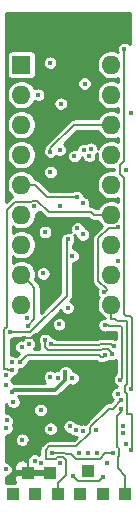
<source format=gbr>
G04 #@! TF.GenerationSoftware,KiCad,Pcbnew,5.1.5+dfsg1-2build2*
G04 #@! TF.CreationDate,2023-02-09T08:11:11+00:00*
G04 #@! TF.ProjectId,video-ram-replacement,76696465-6f2d-4726-916d-2d7265706c61,rev?*
G04 #@! TF.SameCoordinates,Original*
G04 #@! TF.FileFunction,Copper,L3,Inr*
G04 #@! TF.FilePolarity,Positive*
%FSLAX46Y46*%
G04 Gerber Fmt 4.6, Leading zero omitted, Abs format (unit mm)*
G04 Created by KiCad (PCBNEW 5.1.5+dfsg1-2build2) date 2023-02-09 08:11:11*
%MOMM*%
%LPD*%
G04 APERTURE LIST*
%ADD10R,1.000000X1.000000*%
%ADD11O,1.600000X1.600000*%
%ADD12R,1.600000X1.600000*%
%ADD13C,0.400000*%
%ADD14C,0.200000*%
%ADD15C,0.300000*%
%ADD16C,0.254000*%
G04 APERTURE END LIST*
D10*
X185166000Y-161163000D03*
X181991000Y-161290000D03*
X180721000Y-163068000D03*
X178816000Y-163068000D03*
X180086000Y-161290000D03*
X182626000Y-163068000D03*
X188341000Y-163068000D03*
X184531000Y-163068000D03*
X186436000Y-163068000D03*
D11*
X187176000Y-126732000D03*
X179556000Y-147052000D03*
X187176000Y-129272000D03*
X179556000Y-144512000D03*
X187176000Y-131812000D03*
X179556000Y-141972000D03*
X187176000Y-134352000D03*
X179556000Y-139432000D03*
X187176000Y-136892000D03*
X179556000Y-136892000D03*
X187176000Y-139432000D03*
X179556000Y-134352000D03*
X187176000Y-141972000D03*
X179556000Y-131812000D03*
X187176000Y-144512000D03*
X179556000Y-129272000D03*
X187176000Y-147052000D03*
D12*
X179556000Y-126732000D03*
D13*
X184912000Y-126431000D03*
X185688002Y-130110001D03*
X182979000Y-135813800D03*
X182245000Y-156718000D03*
X183388000Y-155270200D03*
X187336549Y-149744549D03*
X179367772Y-150056347D03*
X183885330Y-142911999D03*
X183482402Y-147308989D03*
X181229000Y-160477200D03*
X182803800Y-160477200D03*
X186791600Y-160477200D03*
X184912000Y-128331000D03*
X182894614Y-130028586D03*
X184759601Y-138455400D03*
X182019000Y-135813800D03*
X183289658Y-152766671D03*
X178725000Y-154432000D03*
X179625012Y-158496000D03*
X187725850Y-154598343D03*
X183668368Y-157356420D03*
X182753000Y-148709000D03*
X182019000Y-157556200D03*
X181188381Y-155969074D03*
X181406800Y-144399000D03*
X185434827Y-133859202D03*
X185978800Y-159577189D03*
X181991000Y-126558000D03*
X184191126Y-157650913D03*
X184302400Y-140597000D03*
X180675152Y-160246430D03*
X180670200Y-138734800D03*
X182829200Y-138684000D03*
X184404000Y-159577189D03*
X184785340Y-157734047D03*
X184759600Y-141097000D03*
X181559200Y-140893800D03*
X182803800Y-133934200D03*
X184835800Y-133967600D03*
X185168307Y-159593475D03*
X185877200Y-157657800D03*
X185293000Y-134442200D03*
X184048400Y-134467600D03*
X180175152Y-150360000D03*
X178225000Y-160990077D03*
X182644555Y-153215552D03*
X182118000Y-159577190D03*
X187291600Y-159639000D03*
X187235111Y-151218982D03*
X180975000Y-129286000D03*
X181575162Y-150021838D03*
X180092555Y-148850555D03*
X178725000Y-151910584D03*
X178225000Y-153810202D03*
X187368796Y-150578204D03*
X182094265Y-150396670D03*
X182008000Y-134097668D03*
X187776001Y-143383000D03*
X188160643Y-157888307D03*
X181991000Y-153162000D03*
X186640162Y-151296680D03*
X179470958Y-151869048D03*
X187776001Y-140471231D03*
X186574010Y-146013919D03*
X179578000Y-150622000D03*
X184234601Y-137930740D03*
X178725000Y-152570200D03*
X188404990Y-135636000D03*
X178225000Y-153035000D03*
X183515000Y-141498998D03*
X178625010Y-149352000D03*
X188805000Y-130810000D03*
X188160642Y-157288306D03*
X187904990Y-153403987D03*
X180018495Y-148217507D03*
X186628546Y-148778454D03*
X178861446Y-155275554D03*
X188805000Y-159385000D03*
X188290200Y-125399800D03*
X188805000Y-154178000D03*
X183885330Y-153266671D03*
X183896000Y-161544000D03*
X186436000Y-161671000D03*
X188404990Y-158859531D03*
X187983901Y-155857649D03*
X188004981Y-155129462D03*
X178308000Y-156845000D03*
X178275684Y-157498787D03*
D14*
X179959000Y-149860000D02*
X179851010Y-149752010D01*
X180388811Y-149860000D02*
X179959000Y-149860000D01*
X180726974Y-149521837D02*
X180388811Y-149860000D01*
X187113837Y-149521837D02*
X180726974Y-149521837D01*
X179851010Y-149752010D02*
X179658423Y-149752010D01*
X187336549Y-149744549D02*
X187113837Y-149521837D01*
X179658423Y-149765696D02*
X179367772Y-150056347D01*
X179658423Y-149752010D02*
X179658423Y-149765696D01*
X180086000Y-158749198D02*
X180086000Y-161290000D01*
X181917199Y-156917999D02*
X180086000Y-158749198D01*
X182045001Y-156917999D02*
X181917199Y-156917999D01*
X182245000Y-156718000D02*
X182045001Y-156917999D01*
D15*
X182442108Y-154232001D02*
X178924999Y-154232001D01*
X183289658Y-153384451D02*
X182442108Y-154232001D01*
X183289658Y-152766671D02*
X183289658Y-153384451D01*
X178924999Y-154232001D02*
X178725000Y-154432000D01*
D14*
X184180285Y-160093476D02*
X183769000Y-159682191D01*
X186202515Y-160093476D02*
X184180285Y-160093476D01*
X186656991Y-159639000D02*
X186202515Y-160093476D01*
X187291600Y-159639000D02*
X186656991Y-159639000D01*
X183209491Y-159577190D02*
X182691190Y-159577190D01*
X183314492Y-159682191D02*
X183209491Y-159577190D01*
X183769000Y-159682191D02*
X183314492Y-159682191D01*
X182691190Y-159577190D02*
X182941810Y-159577190D01*
X182118000Y-159577190D02*
X182691190Y-159577190D01*
X187235111Y-151218982D02*
X187235111Y-151151627D01*
X181575162Y-150617569D02*
X181575162Y-150021838D01*
X181854264Y-150896671D02*
X181575162Y-150617569D01*
X186300170Y-150896670D02*
X181854264Y-150896671D01*
X186400161Y-150796679D02*
X186300170Y-150896670D01*
X186880163Y-150796679D02*
X186400161Y-150796679D01*
X187140163Y-151056679D02*
X186880163Y-150796679D01*
X187140163Y-151199163D02*
X187140163Y-151056679D01*
X187159982Y-151218982D02*
X187140163Y-151199163D01*
X187235111Y-151218982D02*
X187159982Y-151218982D01*
X180355999Y-145311999D02*
X179556000Y-144512000D01*
X180656001Y-145612001D02*
X180355999Y-145311999D01*
X180656001Y-148287109D02*
X180656001Y-145612001D01*
X180092555Y-148850555D02*
X180656001Y-148287109D01*
X187187261Y-150396669D02*
X186234472Y-150396669D01*
X187368796Y-150578204D02*
X187187261Y-150396669D01*
X186234472Y-150396669D02*
X186136141Y-150495000D01*
X186136141Y-150495000D02*
X182118000Y-150495000D01*
X182118000Y-150420405D02*
X182094265Y-150396670D01*
X182118000Y-150495000D02*
X182118000Y-150420405D01*
X184010826Y-131812000D02*
X186044630Y-131812000D01*
X182008000Y-133814826D02*
X184010826Y-131812000D01*
X182008000Y-134097668D02*
X182008000Y-133814826D01*
X186044630Y-131812000D02*
X187176000Y-131812000D01*
X186294679Y-151496679D02*
X186094680Y-151296679D01*
X186440163Y-151496679D02*
X186294679Y-151496679D01*
X186640162Y-151296680D02*
X186440163Y-151496679D01*
X180043327Y-151296679D02*
X179470958Y-151869048D01*
X186094680Y-151296679D02*
X180043327Y-151296679D01*
X186774009Y-145813920D02*
X186574010Y-146013919D01*
X186774009Y-145738011D02*
X186774009Y-145813920D01*
X186075999Y-145040001D02*
X186774009Y-145738011D01*
X186075999Y-141443999D02*
X186075999Y-145040001D01*
X186978766Y-140541232D02*
X186075999Y-141443999D01*
X187706000Y-140541232D02*
X186978766Y-140541232D01*
X187776001Y-140471231D02*
X187706000Y-140541232D01*
X179556000Y-136892000D02*
X180707000Y-136892000D01*
X181745740Y-137930740D02*
X184234601Y-137930740D01*
X180707000Y-136892000D02*
X181745740Y-137930740D01*
X178442158Y-152570200D02*
X178725000Y-152570200D01*
X178435000Y-152527000D02*
X178435000Y-152563042D01*
X178435000Y-152563042D02*
X178442158Y-152570200D01*
X185675998Y-139432000D02*
X185427999Y-139184001D01*
X180910201Y-138234799D02*
X180430199Y-138234799D01*
X185427999Y-139184001D02*
X181859403Y-139184001D01*
X180430199Y-138234799D02*
X180332999Y-138331999D01*
X178308000Y-139051998D02*
X178308000Y-148929008D01*
X178125009Y-152471009D02*
X178181000Y-152527000D01*
X187176000Y-139432000D02*
X185675998Y-139432000D01*
X180332999Y-138331999D02*
X179027999Y-138331999D01*
X178181000Y-152527000D02*
X178435000Y-152527000D01*
X181859403Y-139184001D02*
X180910201Y-138234799D01*
X179027999Y-138331999D02*
X178308000Y-139051998D01*
X178308000Y-148929008D02*
X178125009Y-149111999D01*
X178125009Y-149111999D02*
X178125009Y-152471009D01*
X183385329Y-141480671D02*
X183388000Y-141478000D01*
X183496673Y-141480671D02*
X183515000Y-141498998D01*
X183385329Y-141480671D02*
X183496673Y-141480671D01*
X183385329Y-146297783D02*
X180331112Y-149352000D01*
X180331112Y-149352000D02*
X178625010Y-149352000D01*
X183385329Y-141480671D02*
X183385329Y-146297783D01*
X188019977Y-153289000D02*
X187904990Y-153403987D01*
X188104970Y-153289000D02*
X188019977Y-153289000D01*
X188104970Y-148988970D02*
X188104970Y-153289000D01*
X187979010Y-148863010D02*
X188104970Y-148988970D01*
X186995944Y-148863010D02*
X187979010Y-148863010D01*
X186911388Y-148778454D02*
X186995944Y-148863010D01*
X186628546Y-148778454D02*
X186911388Y-148778454D01*
X188468000Y-148463000D02*
X188504980Y-148499980D01*
X188504980Y-153760020D02*
X188304999Y-153960001D01*
X187176000Y-148220012D02*
X187590012Y-148220012D01*
X188504981Y-154617983D02*
X188504981Y-156325769D01*
X188504980Y-148499980D02*
X188504980Y-153760020D01*
X188304999Y-153960001D02*
X188304999Y-154418001D01*
X187176000Y-147052000D02*
X187176000Y-148220012D01*
X187590012Y-148220012D02*
X187590012Y-148347012D01*
X187706000Y-148463000D02*
X188468000Y-148463000D01*
X188304999Y-154418001D02*
X188504981Y-154617983D01*
X187590012Y-148347012D02*
X187706000Y-148463000D01*
X188837769Y-156325769D02*
X188904990Y-156392990D01*
X188504981Y-156325769D02*
X188837769Y-156325769D01*
X188904990Y-156392990D02*
X188904990Y-157345377D01*
X188904990Y-159285010D02*
X188805000Y-159385000D01*
X188904990Y-157345377D02*
X188904990Y-159285010D01*
X188404991Y-147968999D02*
X188735999Y-147968999D01*
X188904990Y-148137990D02*
X188904990Y-154078010D01*
X188276001Y-136363999D02*
X188276001Y-147840009D01*
X187904990Y-135992988D02*
X188276001Y-136363999D01*
X187904990Y-135251012D02*
X187904990Y-135992988D01*
X188904990Y-154078010D02*
X188805000Y-154178000D01*
X188276001Y-147840009D02*
X188404991Y-147968999D01*
X188290200Y-134865802D02*
X187904990Y-135251012D01*
X188735999Y-147968999D02*
X188904990Y-148137990D01*
X188290200Y-125399800D02*
X188290200Y-134865802D01*
X184095999Y-161743999D02*
X183896000Y-161544000D01*
X184315001Y-161963001D02*
X184095999Y-161743999D01*
X186143999Y-161963001D02*
X184315001Y-161963001D01*
X186436000Y-161671000D02*
X186143999Y-161963001D01*
X187791601Y-159879001D02*
X187706000Y-159964602D01*
X187791601Y-159216601D02*
X187791601Y-159879001D01*
X187660642Y-159085642D02*
X187791601Y-159216601D01*
X187706000Y-159964602D02*
X187706000Y-160909000D01*
X187660642Y-156448304D02*
X187660642Y-159085642D01*
X187983901Y-156125045D02*
X187660642Y-156448304D01*
X187983901Y-155857649D02*
X187983901Y-156125045D01*
X188341000Y-161544000D02*
X188341000Y-163068000D01*
X188341000Y-161541567D02*
X188341000Y-161544000D01*
X187708433Y-160909000D02*
X188341000Y-161541567D01*
X187706000Y-160909000D02*
X187708433Y-160909000D01*
X182626000Y-162179000D02*
X182626000Y-163068000D01*
X183303801Y-160237199D02*
X183303801Y-161501199D01*
X188004981Y-155129462D02*
X187295479Y-155838964D01*
X181617999Y-160031401D02*
X181663789Y-160077191D01*
X187295479Y-155838964D02*
X186956034Y-155838964D01*
X186956034Y-155838964D02*
X185377199Y-157417799D01*
X181911399Y-159043789D02*
X181617999Y-159337189D01*
X183043801Y-159977199D02*
X183303801Y-160237199D01*
X185377199Y-157417799D02*
X185377199Y-157882190D01*
X182463807Y-160077191D02*
X182563799Y-159977199D01*
X184215600Y-159043789D02*
X181911399Y-159043789D01*
X181617999Y-159337189D02*
X181617999Y-160031401D01*
X183303801Y-161501199D02*
X182626000Y-162179000D01*
X185377199Y-157882190D02*
X184215600Y-159043789D01*
X181663789Y-160077191D02*
X182463807Y-160077191D01*
X182563799Y-159977199D02*
X183043801Y-159977199D01*
D16*
G36*
X187577971Y-152868408D02*
G01*
X187505301Y-152916964D01*
X187417967Y-153004298D01*
X187349350Y-153106991D01*
X187302085Y-153221098D01*
X187277990Y-153342233D01*
X187277990Y-153465741D01*
X187302085Y-153586876D01*
X187349350Y-153700983D01*
X187417967Y-153803676D01*
X187505301Y-153891010D01*
X187607994Y-153959627D01*
X187645303Y-153975081D01*
X187542961Y-153995438D01*
X187428854Y-154042703D01*
X187326161Y-154111320D01*
X187238827Y-154198654D01*
X187170210Y-154301347D01*
X187122945Y-154415454D01*
X187098850Y-154536589D01*
X187098850Y-154660097D01*
X187122945Y-154781232D01*
X187170210Y-154895339D01*
X187238827Y-154998032D01*
X187314974Y-155074179D01*
X187077190Y-155311964D01*
X186981915Y-155311964D01*
X186956034Y-155309415D01*
X186930153Y-155311964D01*
X186852724Y-155319590D01*
X186753384Y-155349725D01*
X186661832Y-155398660D01*
X186581586Y-155464516D01*
X186565083Y-155484625D01*
X185022865Y-157026844D01*
X185002751Y-157043351D01*
X184936895Y-157123597D01*
X184936261Y-157124783D01*
X184847094Y-157107047D01*
X184723586Y-157107047D01*
X184602451Y-157131142D01*
X184565013Y-157146650D01*
X184488122Y-157095273D01*
X184374015Y-157048008D01*
X184252880Y-157023913D01*
X184200280Y-157023913D01*
X184155391Y-156956731D01*
X184068057Y-156869397D01*
X183965364Y-156800780D01*
X183851257Y-156753515D01*
X183730122Y-156729420D01*
X183606614Y-156729420D01*
X183485479Y-156753515D01*
X183371372Y-156800780D01*
X183268679Y-156869397D01*
X183181345Y-156956731D01*
X183112728Y-157059424D01*
X183065463Y-157173531D01*
X183041368Y-157294666D01*
X183041368Y-157418174D01*
X183065463Y-157539309D01*
X183112728Y-157653416D01*
X183181345Y-157756109D01*
X183268679Y-157843443D01*
X183371372Y-157912060D01*
X183485479Y-157959325D01*
X183606614Y-157983420D01*
X183659214Y-157983420D01*
X183704103Y-158050602D01*
X183791437Y-158137936D01*
X183894130Y-158206553D01*
X184008237Y-158253818D01*
X184129372Y-158277913D01*
X184236187Y-158277913D01*
X183997311Y-158516789D01*
X181937276Y-158516789D01*
X181911398Y-158514240D01*
X181885520Y-158516789D01*
X181885518Y-158516789D01*
X181808089Y-158524415D01*
X181708749Y-158554550D01*
X181617197Y-158603485D01*
X181536951Y-158669341D01*
X181520444Y-158689455D01*
X181263665Y-158946234D01*
X181243551Y-158962741D01*
X181177695Y-159042987D01*
X181152140Y-159090799D01*
X181128760Y-159134540D01*
X181098625Y-159233880D01*
X181088450Y-159337189D01*
X181090999Y-159363070D01*
X181090999Y-159775565D01*
X181074841Y-159759407D01*
X180972148Y-159690790D01*
X180858041Y-159643525D01*
X180736906Y-159619430D01*
X180613398Y-159619430D01*
X180492263Y-159643525D01*
X180378156Y-159690790D01*
X180275463Y-159759407D01*
X180188129Y-159846741D01*
X180119512Y-159949434D01*
X180072247Y-160063541D01*
X180054055Y-160155000D01*
X179958998Y-160155000D01*
X179958998Y-160313748D01*
X179800250Y-160155000D01*
X179586000Y-160151928D01*
X179461518Y-160164188D01*
X179341820Y-160200498D01*
X179231506Y-160259463D01*
X179134815Y-160338815D01*
X179055463Y-160435506D01*
X178996498Y-160545820D01*
X178960188Y-160665518D01*
X178947928Y-160790000D01*
X178951000Y-161004250D01*
X179109750Y-161163000D01*
X179959000Y-161163000D01*
X179959000Y-161143000D01*
X180213000Y-161143000D01*
X180213000Y-161163000D01*
X181864000Y-161163000D01*
X181864000Y-161143000D01*
X182118000Y-161143000D01*
X182118000Y-161163000D01*
X182138000Y-161163000D01*
X182138000Y-161417000D01*
X182118000Y-161417000D01*
X182118000Y-161437000D01*
X181864000Y-161437000D01*
X181864000Y-161417000D01*
X180213000Y-161417000D01*
X180213000Y-161437000D01*
X179959000Y-161437000D01*
X179959000Y-161417000D01*
X179109750Y-161417000D01*
X178951000Y-161575750D01*
X178947928Y-161790000D01*
X178960188Y-161914482D01*
X178996498Y-162034180D01*
X179052491Y-162138934D01*
X178316000Y-162138934D01*
X178252000Y-162145237D01*
X178252000Y-161617077D01*
X178286754Y-161617077D01*
X178407889Y-161592982D01*
X178521996Y-161545717D01*
X178624689Y-161477100D01*
X178712023Y-161389766D01*
X178780640Y-161287073D01*
X178827905Y-161172966D01*
X178852000Y-161051831D01*
X178852000Y-160928323D01*
X178827905Y-160807188D01*
X178780640Y-160693081D01*
X178712023Y-160590388D01*
X178624689Y-160503054D01*
X178521996Y-160434437D01*
X178407889Y-160387172D01*
X178286754Y-160363077D01*
X178252000Y-160363077D01*
X178252000Y-158434246D01*
X178998012Y-158434246D01*
X178998012Y-158557754D01*
X179022107Y-158678889D01*
X179069372Y-158792996D01*
X179137989Y-158895689D01*
X179225323Y-158983023D01*
X179328016Y-159051640D01*
X179442123Y-159098905D01*
X179563258Y-159123000D01*
X179686766Y-159123000D01*
X179807901Y-159098905D01*
X179922008Y-159051640D01*
X180024701Y-158983023D01*
X180112035Y-158895689D01*
X180180652Y-158792996D01*
X180227917Y-158678889D01*
X180252012Y-158557754D01*
X180252012Y-158434246D01*
X180227917Y-158313111D01*
X180180652Y-158199004D01*
X180112035Y-158096311D01*
X180024701Y-158008977D01*
X179922008Y-157940360D01*
X179807901Y-157893095D01*
X179686766Y-157869000D01*
X179563258Y-157869000D01*
X179442123Y-157893095D01*
X179328016Y-157940360D01*
X179225323Y-158008977D01*
X179137989Y-158096311D01*
X179069372Y-158199004D01*
X179022107Y-158313111D01*
X178998012Y-158434246D01*
X178252000Y-158434246D01*
X178252000Y-158125787D01*
X178337438Y-158125787D01*
X178458573Y-158101692D01*
X178572680Y-158054427D01*
X178675373Y-157985810D01*
X178762707Y-157898476D01*
X178831324Y-157795783D01*
X178878589Y-157681676D01*
X178902684Y-157560541D01*
X178902684Y-157494446D01*
X181392000Y-157494446D01*
X181392000Y-157617954D01*
X181416095Y-157739089D01*
X181463360Y-157853196D01*
X181531977Y-157955889D01*
X181619311Y-158043223D01*
X181722004Y-158111840D01*
X181836111Y-158159105D01*
X181957246Y-158183200D01*
X182080754Y-158183200D01*
X182201889Y-158159105D01*
X182315996Y-158111840D01*
X182418689Y-158043223D01*
X182506023Y-157955889D01*
X182574640Y-157853196D01*
X182621905Y-157739089D01*
X182646000Y-157617954D01*
X182646000Y-157494446D01*
X182621905Y-157373311D01*
X182574640Y-157259204D01*
X182506023Y-157156511D01*
X182418689Y-157069177D01*
X182315996Y-157000560D01*
X182201889Y-156953295D01*
X182080754Y-156929200D01*
X181957246Y-156929200D01*
X181836111Y-156953295D01*
X181722004Y-157000560D01*
X181619311Y-157069177D01*
X181531977Y-157156511D01*
X181463360Y-157259204D01*
X181416095Y-157373311D01*
X181392000Y-157494446D01*
X178902684Y-157494446D01*
X178902684Y-157437033D01*
X178878589Y-157315898D01*
X178831324Y-157201791D01*
X178827505Y-157196076D01*
X178863640Y-157141996D01*
X178910905Y-157027889D01*
X178935000Y-156906754D01*
X178935000Y-156783246D01*
X178910905Y-156662111D01*
X178863640Y-156548004D01*
X178795023Y-156445311D01*
X178707689Y-156357977D01*
X178604996Y-156289360D01*
X178490889Y-156242095D01*
X178369754Y-156218000D01*
X178252000Y-156218000D01*
X178252000Y-155907320D01*
X180561381Y-155907320D01*
X180561381Y-156030828D01*
X180585476Y-156151963D01*
X180632741Y-156266070D01*
X180701358Y-156368763D01*
X180788692Y-156456097D01*
X180891385Y-156524714D01*
X181005492Y-156571979D01*
X181126627Y-156596074D01*
X181250135Y-156596074D01*
X181371270Y-156571979D01*
X181485377Y-156524714D01*
X181588070Y-156456097D01*
X181675404Y-156368763D01*
X181744021Y-156266070D01*
X181791286Y-156151963D01*
X181815381Y-156030828D01*
X181815381Y-155907320D01*
X181791286Y-155786185D01*
X181744021Y-155672078D01*
X181675404Y-155569385D01*
X181588070Y-155482051D01*
X181485377Y-155413434D01*
X181371270Y-155366169D01*
X181250135Y-155342074D01*
X181126627Y-155342074D01*
X181005492Y-155366169D01*
X180891385Y-155413434D01*
X180788692Y-155482051D01*
X180701358Y-155569385D01*
X180632741Y-155672078D01*
X180585476Y-155786185D01*
X180561381Y-155907320D01*
X178252000Y-155907320D01*
X178252000Y-155425559D01*
X178258541Y-155458443D01*
X178305806Y-155572550D01*
X178374423Y-155675243D01*
X178461757Y-155762577D01*
X178564450Y-155831194D01*
X178678557Y-155878459D01*
X178799692Y-155902554D01*
X178923200Y-155902554D01*
X179044335Y-155878459D01*
X179158442Y-155831194D01*
X179261135Y-155762577D01*
X179348469Y-155675243D01*
X179417086Y-155572550D01*
X179464351Y-155458443D01*
X179488446Y-155337308D01*
X179488446Y-155213800D01*
X179464351Y-155092665D01*
X179417086Y-154978558D01*
X179348469Y-154875865D01*
X179281605Y-154809001D01*
X182413777Y-154809001D01*
X182442108Y-154811791D01*
X182470439Y-154809001D01*
X182470444Y-154809001D01*
X182500153Y-154806075D01*
X182555219Y-154800652D01*
X182599878Y-154787104D01*
X182663984Y-154767658D01*
X182764223Y-154714080D01*
X182852082Y-154641975D01*
X182870147Y-154619963D01*
X183644524Y-153845586D01*
X183702441Y-153869576D01*
X183823576Y-153893671D01*
X183947084Y-153893671D01*
X184068219Y-153869576D01*
X184182326Y-153822311D01*
X184285019Y-153753694D01*
X184372353Y-153666360D01*
X184440970Y-153563667D01*
X184488235Y-153449560D01*
X184512330Y-153328425D01*
X184512330Y-153204917D01*
X184488235Y-153083782D01*
X184440970Y-152969675D01*
X184372353Y-152866982D01*
X184285019Y-152779648D01*
X184182326Y-152711031D01*
X184068219Y-152663766D01*
X183947084Y-152639671D01*
X183903680Y-152639671D01*
X183892563Y-152583782D01*
X183845298Y-152469675D01*
X183776681Y-152366982D01*
X183689347Y-152279648D01*
X183586654Y-152211031D01*
X183472547Y-152163766D01*
X183351412Y-152139671D01*
X183227904Y-152139671D01*
X183106769Y-152163766D01*
X182992662Y-152211031D01*
X182889969Y-152279648D01*
X182802635Y-152366982D01*
X182734018Y-152469675D01*
X182686753Y-152583782D01*
X182685804Y-152588552D01*
X182582801Y-152588552D01*
X182461666Y-152612647D01*
X182360266Y-152654649D01*
X182287996Y-152606360D01*
X182173889Y-152559095D01*
X182052754Y-152535000D01*
X181929246Y-152535000D01*
X181808111Y-152559095D01*
X181694004Y-152606360D01*
X181591311Y-152674977D01*
X181503977Y-152762311D01*
X181435360Y-152865004D01*
X181388095Y-152979111D01*
X181364000Y-153100246D01*
X181364000Y-153223754D01*
X181388095Y-153344889D01*
X181435360Y-153458996D01*
X181503977Y-153561689D01*
X181591311Y-153649023D01*
X181600258Y-153655001D01*
X178953327Y-153655001D01*
X178924998Y-153652211D01*
X178896669Y-153655001D01*
X178896663Y-153655001D01*
X178834628Y-153661111D01*
X178827905Y-153627313D01*
X178780640Y-153513206D01*
X178720100Y-153422601D01*
X178780640Y-153331996D01*
X178827905Y-153217889D01*
X178833885Y-153187825D01*
X178907889Y-153173105D01*
X179021996Y-153125840D01*
X179124689Y-153057223D01*
X179212023Y-152969889D01*
X179280640Y-152867196D01*
X179327905Y-152753089D01*
X179352000Y-152631954D01*
X179352000Y-152508446D01*
X179347076Y-152483690D01*
X179409204Y-152496048D01*
X179532712Y-152496048D01*
X179653847Y-152471953D01*
X179767954Y-152424688D01*
X179870647Y-152356071D01*
X179957981Y-152268737D01*
X180026598Y-152166044D01*
X180073863Y-152051937D01*
X180083920Y-152001375D01*
X180261617Y-151823679D01*
X185876390Y-151823679D01*
X185903727Y-151851016D01*
X185920231Y-151871127D01*
X186000477Y-151936983D01*
X186092029Y-151985918D01*
X186191369Y-152016053D01*
X186268798Y-152023679D01*
X186268799Y-152023679D01*
X186294677Y-152026228D01*
X186320558Y-152023679D01*
X186414282Y-152023679D01*
X186440163Y-152026228D01*
X186466044Y-152023679D01*
X186543473Y-152016053D01*
X186642813Y-151985918D01*
X186734365Y-151936983D01*
X186766141Y-151910905D01*
X186823051Y-151899585D01*
X186937158Y-151852320D01*
X187009308Y-151804111D01*
X187052222Y-151821887D01*
X187173357Y-151845982D01*
X187296865Y-151845982D01*
X187418000Y-151821887D01*
X187532107Y-151774622D01*
X187577971Y-151743977D01*
X187577971Y-152868408D01*
G37*
X187577971Y-152868408D02*
X187505301Y-152916964D01*
X187417967Y-153004298D01*
X187349350Y-153106991D01*
X187302085Y-153221098D01*
X187277990Y-153342233D01*
X187277990Y-153465741D01*
X187302085Y-153586876D01*
X187349350Y-153700983D01*
X187417967Y-153803676D01*
X187505301Y-153891010D01*
X187607994Y-153959627D01*
X187645303Y-153975081D01*
X187542961Y-153995438D01*
X187428854Y-154042703D01*
X187326161Y-154111320D01*
X187238827Y-154198654D01*
X187170210Y-154301347D01*
X187122945Y-154415454D01*
X187098850Y-154536589D01*
X187098850Y-154660097D01*
X187122945Y-154781232D01*
X187170210Y-154895339D01*
X187238827Y-154998032D01*
X187314974Y-155074179D01*
X187077190Y-155311964D01*
X186981915Y-155311964D01*
X186956034Y-155309415D01*
X186930153Y-155311964D01*
X186852724Y-155319590D01*
X186753384Y-155349725D01*
X186661832Y-155398660D01*
X186581586Y-155464516D01*
X186565083Y-155484625D01*
X185022865Y-157026844D01*
X185002751Y-157043351D01*
X184936895Y-157123597D01*
X184936261Y-157124783D01*
X184847094Y-157107047D01*
X184723586Y-157107047D01*
X184602451Y-157131142D01*
X184565013Y-157146650D01*
X184488122Y-157095273D01*
X184374015Y-157048008D01*
X184252880Y-157023913D01*
X184200280Y-157023913D01*
X184155391Y-156956731D01*
X184068057Y-156869397D01*
X183965364Y-156800780D01*
X183851257Y-156753515D01*
X183730122Y-156729420D01*
X183606614Y-156729420D01*
X183485479Y-156753515D01*
X183371372Y-156800780D01*
X183268679Y-156869397D01*
X183181345Y-156956731D01*
X183112728Y-157059424D01*
X183065463Y-157173531D01*
X183041368Y-157294666D01*
X183041368Y-157418174D01*
X183065463Y-157539309D01*
X183112728Y-157653416D01*
X183181345Y-157756109D01*
X183268679Y-157843443D01*
X183371372Y-157912060D01*
X183485479Y-157959325D01*
X183606614Y-157983420D01*
X183659214Y-157983420D01*
X183704103Y-158050602D01*
X183791437Y-158137936D01*
X183894130Y-158206553D01*
X184008237Y-158253818D01*
X184129372Y-158277913D01*
X184236187Y-158277913D01*
X183997311Y-158516789D01*
X181937276Y-158516789D01*
X181911398Y-158514240D01*
X181885520Y-158516789D01*
X181885518Y-158516789D01*
X181808089Y-158524415D01*
X181708749Y-158554550D01*
X181617197Y-158603485D01*
X181536951Y-158669341D01*
X181520444Y-158689455D01*
X181263665Y-158946234D01*
X181243551Y-158962741D01*
X181177695Y-159042987D01*
X181152140Y-159090799D01*
X181128760Y-159134540D01*
X181098625Y-159233880D01*
X181088450Y-159337189D01*
X181090999Y-159363070D01*
X181090999Y-159775565D01*
X181074841Y-159759407D01*
X180972148Y-159690790D01*
X180858041Y-159643525D01*
X180736906Y-159619430D01*
X180613398Y-159619430D01*
X180492263Y-159643525D01*
X180378156Y-159690790D01*
X180275463Y-159759407D01*
X180188129Y-159846741D01*
X180119512Y-159949434D01*
X180072247Y-160063541D01*
X180054055Y-160155000D01*
X179958998Y-160155000D01*
X179958998Y-160313748D01*
X179800250Y-160155000D01*
X179586000Y-160151928D01*
X179461518Y-160164188D01*
X179341820Y-160200498D01*
X179231506Y-160259463D01*
X179134815Y-160338815D01*
X179055463Y-160435506D01*
X178996498Y-160545820D01*
X178960188Y-160665518D01*
X178947928Y-160790000D01*
X178951000Y-161004250D01*
X179109750Y-161163000D01*
X179959000Y-161163000D01*
X179959000Y-161143000D01*
X180213000Y-161143000D01*
X180213000Y-161163000D01*
X181864000Y-161163000D01*
X181864000Y-161143000D01*
X182118000Y-161143000D01*
X182118000Y-161163000D01*
X182138000Y-161163000D01*
X182138000Y-161417000D01*
X182118000Y-161417000D01*
X182118000Y-161437000D01*
X181864000Y-161437000D01*
X181864000Y-161417000D01*
X180213000Y-161417000D01*
X180213000Y-161437000D01*
X179959000Y-161437000D01*
X179959000Y-161417000D01*
X179109750Y-161417000D01*
X178951000Y-161575750D01*
X178947928Y-161790000D01*
X178960188Y-161914482D01*
X178996498Y-162034180D01*
X179052491Y-162138934D01*
X178316000Y-162138934D01*
X178252000Y-162145237D01*
X178252000Y-161617077D01*
X178286754Y-161617077D01*
X178407889Y-161592982D01*
X178521996Y-161545717D01*
X178624689Y-161477100D01*
X178712023Y-161389766D01*
X178780640Y-161287073D01*
X178827905Y-161172966D01*
X178852000Y-161051831D01*
X178852000Y-160928323D01*
X178827905Y-160807188D01*
X178780640Y-160693081D01*
X178712023Y-160590388D01*
X178624689Y-160503054D01*
X178521996Y-160434437D01*
X178407889Y-160387172D01*
X178286754Y-160363077D01*
X178252000Y-160363077D01*
X178252000Y-158434246D01*
X178998012Y-158434246D01*
X178998012Y-158557754D01*
X179022107Y-158678889D01*
X179069372Y-158792996D01*
X179137989Y-158895689D01*
X179225323Y-158983023D01*
X179328016Y-159051640D01*
X179442123Y-159098905D01*
X179563258Y-159123000D01*
X179686766Y-159123000D01*
X179807901Y-159098905D01*
X179922008Y-159051640D01*
X180024701Y-158983023D01*
X180112035Y-158895689D01*
X180180652Y-158792996D01*
X180227917Y-158678889D01*
X180252012Y-158557754D01*
X180252012Y-158434246D01*
X180227917Y-158313111D01*
X180180652Y-158199004D01*
X180112035Y-158096311D01*
X180024701Y-158008977D01*
X179922008Y-157940360D01*
X179807901Y-157893095D01*
X179686766Y-157869000D01*
X179563258Y-157869000D01*
X179442123Y-157893095D01*
X179328016Y-157940360D01*
X179225323Y-158008977D01*
X179137989Y-158096311D01*
X179069372Y-158199004D01*
X179022107Y-158313111D01*
X178998012Y-158434246D01*
X178252000Y-158434246D01*
X178252000Y-158125787D01*
X178337438Y-158125787D01*
X178458573Y-158101692D01*
X178572680Y-158054427D01*
X178675373Y-157985810D01*
X178762707Y-157898476D01*
X178831324Y-157795783D01*
X178878589Y-157681676D01*
X178902684Y-157560541D01*
X178902684Y-157494446D01*
X181392000Y-157494446D01*
X181392000Y-157617954D01*
X181416095Y-157739089D01*
X181463360Y-157853196D01*
X181531977Y-157955889D01*
X181619311Y-158043223D01*
X181722004Y-158111840D01*
X181836111Y-158159105D01*
X181957246Y-158183200D01*
X182080754Y-158183200D01*
X182201889Y-158159105D01*
X182315996Y-158111840D01*
X182418689Y-158043223D01*
X182506023Y-157955889D01*
X182574640Y-157853196D01*
X182621905Y-157739089D01*
X182646000Y-157617954D01*
X182646000Y-157494446D01*
X182621905Y-157373311D01*
X182574640Y-157259204D01*
X182506023Y-157156511D01*
X182418689Y-157069177D01*
X182315996Y-157000560D01*
X182201889Y-156953295D01*
X182080754Y-156929200D01*
X181957246Y-156929200D01*
X181836111Y-156953295D01*
X181722004Y-157000560D01*
X181619311Y-157069177D01*
X181531977Y-157156511D01*
X181463360Y-157259204D01*
X181416095Y-157373311D01*
X181392000Y-157494446D01*
X178902684Y-157494446D01*
X178902684Y-157437033D01*
X178878589Y-157315898D01*
X178831324Y-157201791D01*
X178827505Y-157196076D01*
X178863640Y-157141996D01*
X178910905Y-157027889D01*
X178935000Y-156906754D01*
X178935000Y-156783246D01*
X178910905Y-156662111D01*
X178863640Y-156548004D01*
X178795023Y-156445311D01*
X178707689Y-156357977D01*
X178604996Y-156289360D01*
X178490889Y-156242095D01*
X178369754Y-156218000D01*
X178252000Y-156218000D01*
X178252000Y-155907320D01*
X180561381Y-155907320D01*
X180561381Y-156030828D01*
X180585476Y-156151963D01*
X180632741Y-156266070D01*
X180701358Y-156368763D01*
X180788692Y-156456097D01*
X180891385Y-156524714D01*
X181005492Y-156571979D01*
X181126627Y-156596074D01*
X181250135Y-156596074D01*
X181371270Y-156571979D01*
X181485377Y-156524714D01*
X181588070Y-156456097D01*
X181675404Y-156368763D01*
X181744021Y-156266070D01*
X181791286Y-156151963D01*
X181815381Y-156030828D01*
X181815381Y-155907320D01*
X181791286Y-155786185D01*
X181744021Y-155672078D01*
X181675404Y-155569385D01*
X181588070Y-155482051D01*
X181485377Y-155413434D01*
X181371270Y-155366169D01*
X181250135Y-155342074D01*
X181126627Y-155342074D01*
X181005492Y-155366169D01*
X180891385Y-155413434D01*
X180788692Y-155482051D01*
X180701358Y-155569385D01*
X180632741Y-155672078D01*
X180585476Y-155786185D01*
X180561381Y-155907320D01*
X178252000Y-155907320D01*
X178252000Y-155425559D01*
X178258541Y-155458443D01*
X178305806Y-155572550D01*
X178374423Y-155675243D01*
X178461757Y-155762577D01*
X178564450Y-155831194D01*
X178678557Y-155878459D01*
X178799692Y-155902554D01*
X178923200Y-155902554D01*
X179044335Y-155878459D01*
X179158442Y-155831194D01*
X179261135Y-155762577D01*
X179348469Y-155675243D01*
X179417086Y-155572550D01*
X179464351Y-155458443D01*
X179488446Y-155337308D01*
X179488446Y-155213800D01*
X179464351Y-155092665D01*
X179417086Y-154978558D01*
X179348469Y-154875865D01*
X179281605Y-154809001D01*
X182413777Y-154809001D01*
X182442108Y-154811791D01*
X182470439Y-154809001D01*
X182470444Y-154809001D01*
X182500153Y-154806075D01*
X182555219Y-154800652D01*
X182599878Y-154787104D01*
X182663984Y-154767658D01*
X182764223Y-154714080D01*
X182852082Y-154641975D01*
X182870147Y-154619963D01*
X183644524Y-153845586D01*
X183702441Y-153869576D01*
X183823576Y-153893671D01*
X183947084Y-153893671D01*
X184068219Y-153869576D01*
X184182326Y-153822311D01*
X184285019Y-153753694D01*
X184372353Y-153666360D01*
X184440970Y-153563667D01*
X184488235Y-153449560D01*
X184512330Y-153328425D01*
X184512330Y-153204917D01*
X184488235Y-153083782D01*
X184440970Y-152969675D01*
X184372353Y-152866982D01*
X184285019Y-152779648D01*
X184182326Y-152711031D01*
X184068219Y-152663766D01*
X183947084Y-152639671D01*
X183903680Y-152639671D01*
X183892563Y-152583782D01*
X183845298Y-152469675D01*
X183776681Y-152366982D01*
X183689347Y-152279648D01*
X183586654Y-152211031D01*
X183472547Y-152163766D01*
X183351412Y-152139671D01*
X183227904Y-152139671D01*
X183106769Y-152163766D01*
X182992662Y-152211031D01*
X182889969Y-152279648D01*
X182802635Y-152366982D01*
X182734018Y-152469675D01*
X182686753Y-152583782D01*
X182685804Y-152588552D01*
X182582801Y-152588552D01*
X182461666Y-152612647D01*
X182360266Y-152654649D01*
X182287996Y-152606360D01*
X182173889Y-152559095D01*
X182052754Y-152535000D01*
X181929246Y-152535000D01*
X181808111Y-152559095D01*
X181694004Y-152606360D01*
X181591311Y-152674977D01*
X181503977Y-152762311D01*
X181435360Y-152865004D01*
X181388095Y-152979111D01*
X181364000Y-153100246D01*
X181364000Y-153223754D01*
X181388095Y-153344889D01*
X181435360Y-153458996D01*
X181503977Y-153561689D01*
X181591311Y-153649023D01*
X181600258Y-153655001D01*
X178953327Y-153655001D01*
X178924998Y-153652211D01*
X178896669Y-153655001D01*
X178896663Y-153655001D01*
X178834628Y-153661111D01*
X178827905Y-153627313D01*
X178780640Y-153513206D01*
X178720100Y-153422601D01*
X178780640Y-153331996D01*
X178827905Y-153217889D01*
X178833885Y-153187825D01*
X178907889Y-153173105D01*
X179021996Y-153125840D01*
X179124689Y-153057223D01*
X179212023Y-152969889D01*
X179280640Y-152867196D01*
X179327905Y-152753089D01*
X179352000Y-152631954D01*
X179352000Y-152508446D01*
X179347076Y-152483690D01*
X179409204Y-152496048D01*
X179532712Y-152496048D01*
X179653847Y-152471953D01*
X179767954Y-152424688D01*
X179870647Y-152356071D01*
X179957981Y-152268737D01*
X180026598Y-152166044D01*
X180073863Y-152051937D01*
X180083920Y-152001375D01*
X180261617Y-151823679D01*
X185876390Y-151823679D01*
X185903727Y-151851016D01*
X185920231Y-151871127D01*
X186000477Y-151936983D01*
X186092029Y-151985918D01*
X186191369Y-152016053D01*
X186268798Y-152023679D01*
X186268799Y-152023679D01*
X186294677Y-152026228D01*
X186320558Y-152023679D01*
X186414282Y-152023679D01*
X186440163Y-152026228D01*
X186466044Y-152023679D01*
X186543473Y-152016053D01*
X186642813Y-151985918D01*
X186734365Y-151936983D01*
X186766141Y-151910905D01*
X186823051Y-151899585D01*
X186937158Y-151852320D01*
X187009308Y-151804111D01*
X187052222Y-151821887D01*
X187173357Y-151845982D01*
X187296865Y-151845982D01*
X187418000Y-151821887D01*
X187532107Y-151774622D01*
X187577971Y-151743977D01*
X187577971Y-152868408D01*
G36*
X185293000Y-161036000D02*
G01*
X185313000Y-161036000D01*
X185313000Y-161290000D01*
X185293000Y-161290000D01*
X185293000Y-161310000D01*
X185039000Y-161310000D01*
X185039000Y-161290000D01*
X185019000Y-161290000D01*
X185019000Y-161036000D01*
X185039000Y-161036000D01*
X185039000Y-161016000D01*
X185293000Y-161016000D01*
X185293000Y-161036000D01*
G37*
X185293000Y-161036000D02*
X185313000Y-161036000D01*
X185313000Y-161290000D01*
X185293000Y-161290000D01*
X185293000Y-161310000D01*
X185039000Y-161310000D01*
X185039000Y-161290000D01*
X185019000Y-161290000D01*
X185019000Y-161036000D01*
X185039000Y-161036000D01*
X185039000Y-161016000D01*
X185293000Y-161016000D01*
X185293000Y-161036000D01*
G36*
X179688129Y-149960311D02*
G01*
X179661995Y-149999424D01*
X179639754Y-149995000D01*
X179516246Y-149995000D01*
X179395111Y-150019095D01*
X179281004Y-150066360D01*
X179178311Y-150134977D01*
X179090977Y-150222311D01*
X179022360Y-150325004D01*
X178975095Y-150439111D01*
X178951000Y-150560246D01*
X178951000Y-150683754D01*
X178975095Y-150804889D01*
X179022360Y-150918996D01*
X179090977Y-151021689D01*
X179178311Y-151109023D01*
X179281004Y-151177640D01*
X179377222Y-151217495D01*
X179338631Y-151256086D01*
X179288069Y-151266143D01*
X179173962Y-151313408D01*
X179071269Y-151382025D01*
X179067767Y-151385527D01*
X179021996Y-151354944D01*
X178907889Y-151307679D01*
X178786754Y-151283584D01*
X178663246Y-151283584D01*
X178652009Y-151285819D01*
X178652009Y-149979000D01*
X178686764Y-149979000D01*
X178807899Y-149954905D01*
X178922006Y-149907640D01*
X178964869Y-149879000D01*
X179769440Y-149879000D01*
X179688129Y-149960311D01*
G37*
X179688129Y-149960311D02*
X179661995Y-149999424D01*
X179639754Y-149995000D01*
X179516246Y-149995000D01*
X179395111Y-150019095D01*
X179281004Y-150066360D01*
X179178311Y-150134977D01*
X179090977Y-150222311D01*
X179022360Y-150325004D01*
X178975095Y-150439111D01*
X178951000Y-150560246D01*
X178951000Y-150683754D01*
X178975095Y-150804889D01*
X179022360Y-150918996D01*
X179090977Y-151021689D01*
X179178311Y-151109023D01*
X179281004Y-151177640D01*
X179377222Y-151217495D01*
X179338631Y-151256086D01*
X179288069Y-151266143D01*
X179173962Y-151313408D01*
X179071269Y-151382025D01*
X179067767Y-151385527D01*
X179021996Y-151354944D01*
X178907889Y-151307679D01*
X178786754Y-151283584D01*
X178663246Y-151283584D01*
X178652009Y-151285819D01*
X178652009Y-149979000D01*
X178686764Y-149979000D01*
X178807899Y-149954905D01*
X178922006Y-149907640D01*
X178964869Y-149879000D01*
X179769440Y-149879000D01*
X179688129Y-149960311D01*
G36*
X181468452Y-139538340D02*
G01*
X181484955Y-139558449D01*
X181565201Y-139624305D01*
X181656753Y-139673240D01*
X181756093Y-139703375D01*
X181833522Y-139711001D01*
X181833524Y-139711001D01*
X181859402Y-139713550D01*
X181885280Y-139711001D01*
X185209709Y-139711001D01*
X185285047Y-139786338D01*
X185301550Y-139806448D01*
X185381796Y-139872304D01*
X185473348Y-139921239D01*
X185572688Y-139951374D01*
X185675998Y-139961549D01*
X185701879Y-139959000D01*
X186066196Y-139959000D01*
X186088647Y-140013202D01*
X186222927Y-140214167D01*
X186391734Y-140382974D01*
X185721665Y-141053044D01*
X185701551Y-141069551D01*
X185635695Y-141149797D01*
X185606298Y-141204797D01*
X185586760Y-141241350D01*
X185556625Y-141340690D01*
X185546450Y-141443999D01*
X185548999Y-141469880D01*
X185549000Y-145014110D01*
X185546450Y-145040001D01*
X185556625Y-145143310D01*
X185586760Y-145242650D01*
X185626928Y-145317799D01*
X185635696Y-145334203D01*
X185701552Y-145414449D01*
X185721661Y-145430952D01*
X186015225Y-145724516D01*
X185971105Y-145831030D01*
X185947010Y-145952165D01*
X185947010Y-146075673D01*
X185971105Y-146196808D01*
X186018370Y-146310915D01*
X186086987Y-146413608D01*
X186110889Y-146437510D01*
X186088647Y-146470798D01*
X185996153Y-146694097D01*
X185949000Y-146931151D01*
X185949000Y-147172849D01*
X185996153Y-147409903D01*
X186088647Y-147633202D01*
X186222927Y-147834167D01*
X186393833Y-148005073D01*
X186594798Y-148139353D01*
X186624012Y-148151454D01*
X186566792Y-148151454D01*
X186445657Y-148175549D01*
X186331550Y-148222814D01*
X186228857Y-148291431D01*
X186141523Y-148378765D01*
X186072906Y-148481458D01*
X186025641Y-148595565D01*
X186001546Y-148716700D01*
X186001546Y-148840208D01*
X186025641Y-148961343D01*
X186072906Y-149075450D01*
X186141523Y-149178143D01*
X186228857Y-149265477D01*
X186331550Y-149334094D01*
X186445657Y-149381359D01*
X186566792Y-149405454D01*
X186690300Y-149405454D01*
X186811435Y-149381359D01*
X186844333Y-149367732D01*
X186892634Y-149382384D01*
X186970063Y-149390010D01*
X186995943Y-149392559D01*
X187021824Y-149390010D01*
X187577970Y-149390010D01*
X187577970Y-149986187D01*
X187551685Y-149975299D01*
X187489450Y-149962920D01*
X187481463Y-149956365D01*
X187389911Y-149907430D01*
X187290571Y-149877295D01*
X187213142Y-149869669D01*
X187187261Y-149867120D01*
X187161380Y-149869669D01*
X186260352Y-149869669D01*
X186234471Y-149867120D01*
X186208591Y-149869669D01*
X186131162Y-149877295D01*
X186031822Y-149907430D01*
X185940270Y-149956365D01*
X185926093Y-149968000D01*
X182552307Y-149968000D01*
X182493954Y-149909647D01*
X182391261Y-149841030D01*
X182277154Y-149793765D01*
X182156019Y-149769670D01*
X182149370Y-149769670D01*
X182130802Y-149724842D01*
X182062185Y-149622149D01*
X181974851Y-149534815D01*
X181872158Y-149466198D01*
X181758051Y-149418933D01*
X181636916Y-149394838D01*
X181513408Y-149394838D01*
X181392273Y-149418933D01*
X181278166Y-149466198D01*
X181175473Y-149534815D01*
X181088139Y-149622149D01*
X181019522Y-149724842D01*
X180972257Y-149838949D01*
X180948162Y-149960084D01*
X180948162Y-150083592D01*
X180972257Y-150204727D01*
X181019522Y-150318834D01*
X181048162Y-150361697D01*
X181048162Y-150591688D01*
X181045613Y-150617569D01*
X181052833Y-150690871D01*
X181055788Y-150720878D01*
X181070592Y-150769679D01*
X180652185Y-150769679D01*
X180662175Y-150759689D01*
X180730792Y-150656996D01*
X180778057Y-150542889D01*
X180802152Y-150421754D01*
X180802152Y-150298246D01*
X180778057Y-150177111D01*
X180730792Y-150063004D01*
X180662175Y-149960311D01*
X180574841Y-149872977D01*
X180529346Y-149842579D01*
X180533762Y-149841239D01*
X180625314Y-149792304D01*
X180705560Y-149726448D01*
X180722067Y-149706334D01*
X181781155Y-148647246D01*
X182126000Y-148647246D01*
X182126000Y-148770754D01*
X182150095Y-148891889D01*
X182197360Y-149005996D01*
X182265977Y-149108689D01*
X182353311Y-149196023D01*
X182456004Y-149264640D01*
X182570111Y-149311905D01*
X182691246Y-149336000D01*
X182814754Y-149336000D01*
X182935889Y-149311905D01*
X183049996Y-149264640D01*
X183152689Y-149196023D01*
X183240023Y-149108689D01*
X183308640Y-149005996D01*
X183355905Y-148891889D01*
X183380000Y-148770754D01*
X183380000Y-148647246D01*
X183355905Y-148526111D01*
X183308640Y-148412004D01*
X183240023Y-148309311D01*
X183152689Y-148221977D01*
X183049996Y-148153360D01*
X182935889Y-148106095D01*
X182814754Y-148082000D01*
X182691246Y-148082000D01*
X182570111Y-148106095D01*
X182456004Y-148153360D01*
X182353311Y-148221977D01*
X182265977Y-148309311D01*
X182197360Y-148412004D01*
X182150095Y-148526111D01*
X182126000Y-148647246D01*
X181781155Y-148647246D01*
X182896200Y-147532202D01*
X182926762Y-147605985D01*
X182995379Y-147708678D01*
X183082713Y-147796012D01*
X183185406Y-147864629D01*
X183299513Y-147911894D01*
X183420648Y-147935989D01*
X183544156Y-147935989D01*
X183665291Y-147911894D01*
X183779398Y-147864629D01*
X183882091Y-147796012D01*
X183969425Y-147708678D01*
X184038042Y-147605985D01*
X184085307Y-147491878D01*
X184109402Y-147370743D01*
X184109402Y-147247235D01*
X184085307Y-147126100D01*
X184038042Y-147011993D01*
X183969425Y-146909300D01*
X183882091Y-146821966D01*
X183779398Y-146753349D01*
X183705615Y-146722787D01*
X183739668Y-146688734D01*
X183759777Y-146672231D01*
X183825633Y-146591985D01*
X183874568Y-146500433D01*
X183904703Y-146401093D01*
X183912329Y-146323664D01*
X183914878Y-146297784D01*
X183912329Y-146271903D01*
X183912329Y-143538999D01*
X183947084Y-143538999D01*
X184068219Y-143514904D01*
X184182326Y-143467639D01*
X184285019Y-143399022D01*
X184372353Y-143311688D01*
X184440970Y-143208995D01*
X184488235Y-143094888D01*
X184512330Y-142973753D01*
X184512330Y-142850245D01*
X184488235Y-142729110D01*
X184440970Y-142615003D01*
X184372353Y-142512310D01*
X184285019Y-142424976D01*
X184182326Y-142356359D01*
X184068219Y-142309094D01*
X183947084Y-142284999D01*
X183912329Y-142284999D01*
X183912329Y-141987598D01*
X183914689Y-141986021D01*
X184002023Y-141898687D01*
X184070640Y-141795994D01*
X184117905Y-141681887D01*
X184142000Y-141560752D01*
X184142000Y-141437244D01*
X184117905Y-141316109D01*
X184070640Y-141202002D01*
X184050000Y-141171113D01*
X184119511Y-141199905D01*
X184141662Y-141204311D01*
X184156695Y-141279889D01*
X184203960Y-141393996D01*
X184272577Y-141496689D01*
X184359911Y-141584023D01*
X184462604Y-141652640D01*
X184576711Y-141699905D01*
X184697846Y-141724000D01*
X184821354Y-141724000D01*
X184942489Y-141699905D01*
X185056596Y-141652640D01*
X185159289Y-141584023D01*
X185246623Y-141496689D01*
X185315240Y-141393996D01*
X185362505Y-141279889D01*
X185386600Y-141158754D01*
X185386600Y-141035246D01*
X185362505Y-140914111D01*
X185315240Y-140800004D01*
X185246623Y-140697311D01*
X185159289Y-140609977D01*
X185056596Y-140541360D01*
X184942489Y-140494095D01*
X184920338Y-140489689D01*
X184905305Y-140414111D01*
X184858040Y-140300004D01*
X184789423Y-140197311D01*
X184702089Y-140109977D01*
X184599396Y-140041360D01*
X184485289Y-139994095D01*
X184364154Y-139970000D01*
X184240646Y-139970000D01*
X184119511Y-139994095D01*
X184005404Y-140041360D01*
X183902711Y-140109977D01*
X183815377Y-140197311D01*
X183746760Y-140300004D01*
X183699495Y-140414111D01*
X183675400Y-140535246D01*
X183675400Y-140658754D01*
X183699495Y-140779889D01*
X183746760Y-140893996D01*
X183767400Y-140924885D01*
X183697889Y-140896093D01*
X183576754Y-140871998D01*
X183453246Y-140871998D01*
X183332111Y-140896093D01*
X183218004Y-140943358D01*
X183115311Y-141011975D01*
X183070322Y-141056964D01*
X183033656Y-141087055D01*
X183030995Y-141089716D01*
X183010881Y-141106223D01*
X182945025Y-141186469D01*
X182896090Y-141278021D01*
X182865955Y-141377361D01*
X182855780Y-141480671D01*
X182858329Y-141506552D01*
X182858330Y-146079492D01*
X181183001Y-147754822D01*
X181183001Y-145637882D01*
X181185550Y-145612001D01*
X181175375Y-145508691D01*
X181155693Y-145443809D01*
X181145240Y-145409351D01*
X181096305Y-145317799D01*
X181030449Y-145237553D01*
X181010335Y-145221046D01*
X180746949Y-144957660D01*
X180746944Y-144957654D01*
X180713395Y-144924106D01*
X180735847Y-144869903D01*
X180783000Y-144632849D01*
X180783000Y-144476842D01*
X180803895Y-144581889D01*
X180851160Y-144695996D01*
X180919777Y-144798689D01*
X181007111Y-144886023D01*
X181109804Y-144954640D01*
X181223911Y-145001905D01*
X181345046Y-145026000D01*
X181468554Y-145026000D01*
X181589689Y-145001905D01*
X181703796Y-144954640D01*
X181806489Y-144886023D01*
X181893823Y-144798689D01*
X181962440Y-144695996D01*
X182009705Y-144581889D01*
X182033800Y-144460754D01*
X182033800Y-144337246D01*
X182009705Y-144216111D01*
X181962440Y-144102004D01*
X181893823Y-143999311D01*
X181806489Y-143911977D01*
X181703796Y-143843360D01*
X181589689Y-143796095D01*
X181468554Y-143772000D01*
X181345046Y-143772000D01*
X181223911Y-143796095D01*
X181109804Y-143843360D01*
X181007111Y-143911977D01*
X180919777Y-143999311D01*
X180851160Y-144102004D01*
X180803895Y-144216111D01*
X180779800Y-144337246D01*
X180779800Y-144375064D01*
X180735847Y-144154097D01*
X180643353Y-143930798D01*
X180509073Y-143729833D01*
X180338167Y-143558927D01*
X180137202Y-143424647D01*
X179913903Y-143332153D01*
X179676849Y-143285000D01*
X179435151Y-143285000D01*
X179198097Y-143332153D01*
X178974798Y-143424647D01*
X178835000Y-143518057D01*
X178835000Y-142965943D01*
X178974798Y-143059353D01*
X179198097Y-143151847D01*
X179435151Y-143199000D01*
X179676849Y-143199000D01*
X179913903Y-143151847D01*
X180137202Y-143059353D01*
X180338167Y-142925073D01*
X180509073Y-142754167D01*
X180643353Y-142553202D01*
X180735847Y-142329903D01*
X180783000Y-142092849D01*
X180783000Y-141851151D01*
X180735847Y-141614097D01*
X180643353Y-141390798D01*
X180509073Y-141189833D01*
X180338167Y-141018927D01*
X180137202Y-140884647D01*
X180010213Y-140832046D01*
X180932200Y-140832046D01*
X180932200Y-140955554D01*
X180956295Y-141076689D01*
X181003560Y-141190796D01*
X181072177Y-141293489D01*
X181159511Y-141380823D01*
X181262204Y-141449440D01*
X181376311Y-141496705D01*
X181497446Y-141520800D01*
X181620954Y-141520800D01*
X181742089Y-141496705D01*
X181856196Y-141449440D01*
X181958889Y-141380823D01*
X182046223Y-141293489D01*
X182114840Y-141190796D01*
X182162105Y-141076689D01*
X182186200Y-140955554D01*
X182186200Y-140832046D01*
X182162105Y-140710911D01*
X182114840Y-140596804D01*
X182046223Y-140494111D01*
X181958889Y-140406777D01*
X181856196Y-140338160D01*
X181742089Y-140290895D01*
X181620954Y-140266800D01*
X181497446Y-140266800D01*
X181376311Y-140290895D01*
X181262204Y-140338160D01*
X181159511Y-140406777D01*
X181072177Y-140494111D01*
X181003560Y-140596804D01*
X180956295Y-140710911D01*
X180932200Y-140832046D01*
X180010213Y-140832046D01*
X179913903Y-140792153D01*
X179676849Y-140745000D01*
X179435151Y-140745000D01*
X179198097Y-140792153D01*
X178974798Y-140884647D01*
X178835000Y-140978057D01*
X178835000Y-140425943D01*
X178974798Y-140519353D01*
X179198097Y-140611847D01*
X179435151Y-140659000D01*
X179676849Y-140659000D01*
X179913903Y-140611847D01*
X180137202Y-140519353D01*
X180338167Y-140385073D01*
X180509073Y-140214167D01*
X180643353Y-140013202D01*
X180735847Y-139789903D01*
X180783000Y-139552849D01*
X180783000Y-139351646D01*
X180853089Y-139337705D01*
X180967196Y-139290440D01*
X181069889Y-139221823D01*
X181110912Y-139180800D01*
X181468452Y-139538340D01*
G37*
X181468452Y-139538340D02*
X181484955Y-139558449D01*
X181565201Y-139624305D01*
X181656753Y-139673240D01*
X181756093Y-139703375D01*
X181833522Y-139711001D01*
X181833524Y-139711001D01*
X181859402Y-139713550D01*
X181885280Y-139711001D01*
X185209709Y-139711001D01*
X185285047Y-139786338D01*
X185301550Y-139806448D01*
X185381796Y-139872304D01*
X185473348Y-139921239D01*
X185572688Y-139951374D01*
X185675998Y-139961549D01*
X185701879Y-139959000D01*
X186066196Y-139959000D01*
X186088647Y-140013202D01*
X186222927Y-140214167D01*
X186391734Y-140382974D01*
X185721665Y-141053044D01*
X185701551Y-141069551D01*
X185635695Y-141149797D01*
X185606298Y-141204797D01*
X185586760Y-141241350D01*
X185556625Y-141340690D01*
X185546450Y-141443999D01*
X185548999Y-141469880D01*
X185549000Y-145014110D01*
X185546450Y-145040001D01*
X185556625Y-145143310D01*
X185586760Y-145242650D01*
X185626928Y-145317799D01*
X185635696Y-145334203D01*
X185701552Y-145414449D01*
X185721661Y-145430952D01*
X186015225Y-145724516D01*
X185971105Y-145831030D01*
X185947010Y-145952165D01*
X185947010Y-146075673D01*
X185971105Y-146196808D01*
X186018370Y-146310915D01*
X186086987Y-146413608D01*
X186110889Y-146437510D01*
X186088647Y-146470798D01*
X185996153Y-146694097D01*
X185949000Y-146931151D01*
X185949000Y-147172849D01*
X185996153Y-147409903D01*
X186088647Y-147633202D01*
X186222927Y-147834167D01*
X186393833Y-148005073D01*
X186594798Y-148139353D01*
X186624012Y-148151454D01*
X186566792Y-148151454D01*
X186445657Y-148175549D01*
X186331550Y-148222814D01*
X186228857Y-148291431D01*
X186141523Y-148378765D01*
X186072906Y-148481458D01*
X186025641Y-148595565D01*
X186001546Y-148716700D01*
X186001546Y-148840208D01*
X186025641Y-148961343D01*
X186072906Y-149075450D01*
X186141523Y-149178143D01*
X186228857Y-149265477D01*
X186331550Y-149334094D01*
X186445657Y-149381359D01*
X186566792Y-149405454D01*
X186690300Y-149405454D01*
X186811435Y-149381359D01*
X186844333Y-149367732D01*
X186892634Y-149382384D01*
X186970063Y-149390010D01*
X186995943Y-149392559D01*
X187021824Y-149390010D01*
X187577970Y-149390010D01*
X187577970Y-149986187D01*
X187551685Y-149975299D01*
X187489450Y-149962920D01*
X187481463Y-149956365D01*
X187389911Y-149907430D01*
X187290571Y-149877295D01*
X187213142Y-149869669D01*
X187187261Y-149867120D01*
X187161380Y-149869669D01*
X186260352Y-149869669D01*
X186234471Y-149867120D01*
X186208591Y-149869669D01*
X186131162Y-149877295D01*
X186031822Y-149907430D01*
X185940270Y-149956365D01*
X185926093Y-149968000D01*
X182552307Y-149968000D01*
X182493954Y-149909647D01*
X182391261Y-149841030D01*
X182277154Y-149793765D01*
X182156019Y-149769670D01*
X182149370Y-149769670D01*
X182130802Y-149724842D01*
X182062185Y-149622149D01*
X181974851Y-149534815D01*
X181872158Y-149466198D01*
X181758051Y-149418933D01*
X181636916Y-149394838D01*
X181513408Y-149394838D01*
X181392273Y-149418933D01*
X181278166Y-149466198D01*
X181175473Y-149534815D01*
X181088139Y-149622149D01*
X181019522Y-149724842D01*
X180972257Y-149838949D01*
X180948162Y-149960084D01*
X180948162Y-150083592D01*
X180972257Y-150204727D01*
X181019522Y-150318834D01*
X181048162Y-150361697D01*
X181048162Y-150591688D01*
X181045613Y-150617569D01*
X181052833Y-150690871D01*
X181055788Y-150720878D01*
X181070592Y-150769679D01*
X180652185Y-150769679D01*
X180662175Y-150759689D01*
X180730792Y-150656996D01*
X180778057Y-150542889D01*
X180802152Y-150421754D01*
X180802152Y-150298246D01*
X180778057Y-150177111D01*
X180730792Y-150063004D01*
X180662175Y-149960311D01*
X180574841Y-149872977D01*
X180529346Y-149842579D01*
X180533762Y-149841239D01*
X180625314Y-149792304D01*
X180705560Y-149726448D01*
X180722067Y-149706334D01*
X181781155Y-148647246D01*
X182126000Y-148647246D01*
X182126000Y-148770754D01*
X182150095Y-148891889D01*
X182197360Y-149005996D01*
X182265977Y-149108689D01*
X182353311Y-149196023D01*
X182456004Y-149264640D01*
X182570111Y-149311905D01*
X182691246Y-149336000D01*
X182814754Y-149336000D01*
X182935889Y-149311905D01*
X183049996Y-149264640D01*
X183152689Y-149196023D01*
X183240023Y-149108689D01*
X183308640Y-149005996D01*
X183355905Y-148891889D01*
X183380000Y-148770754D01*
X183380000Y-148647246D01*
X183355905Y-148526111D01*
X183308640Y-148412004D01*
X183240023Y-148309311D01*
X183152689Y-148221977D01*
X183049996Y-148153360D01*
X182935889Y-148106095D01*
X182814754Y-148082000D01*
X182691246Y-148082000D01*
X182570111Y-148106095D01*
X182456004Y-148153360D01*
X182353311Y-148221977D01*
X182265977Y-148309311D01*
X182197360Y-148412004D01*
X182150095Y-148526111D01*
X182126000Y-148647246D01*
X181781155Y-148647246D01*
X182896200Y-147532202D01*
X182926762Y-147605985D01*
X182995379Y-147708678D01*
X183082713Y-147796012D01*
X183185406Y-147864629D01*
X183299513Y-147911894D01*
X183420648Y-147935989D01*
X183544156Y-147935989D01*
X183665291Y-147911894D01*
X183779398Y-147864629D01*
X183882091Y-147796012D01*
X183969425Y-147708678D01*
X184038042Y-147605985D01*
X184085307Y-147491878D01*
X184109402Y-147370743D01*
X184109402Y-147247235D01*
X184085307Y-147126100D01*
X184038042Y-147011993D01*
X183969425Y-146909300D01*
X183882091Y-146821966D01*
X183779398Y-146753349D01*
X183705615Y-146722787D01*
X183739668Y-146688734D01*
X183759777Y-146672231D01*
X183825633Y-146591985D01*
X183874568Y-146500433D01*
X183904703Y-146401093D01*
X183912329Y-146323664D01*
X183914878Y-146297784D01*
X183912329Y-146271903D01*
X183912329Y-143538999D01*
X183947084Y-143538999D01*
X184068219Y-143514904D01*
X184182326Y-143467639D01*
X184285019Y-143399022D01*
X184372353Y-143311688D01*
X184440970Y-143208995D01*
X184488235Y-143094888D01*
X184512330Y-142973753D01*
X184512330Y-142850245D01*
X184488235Y-142729110D01*
X184440970Y-142615003D01*
X184372353Y-142512310D01*
X184285019Y-142424976D01*
X184182326Y-142356359D01*
X184068219Y-142309094D01*
X183947084Y-142284999D01*
X183912329Y-142284999D01*
X183912329Y-141987598D01*
X183914689Y-141986021D01*
X184002023Y-141898687D01*
X184070640Y-141795994D01*
X184117905Y-141681887D01*
X184142000Y-141560752D01*
X184142000Y-141437244D01*
X184117905Y-141316109D01*
X184070640Y-141202002D01*
X184050000Y-141171113D01*
X184119511Y-141199905D01*
X184141662Y-141204311D01*
X184156695Y-141279889D01*
X184203960Y-141393996D01*
X184272577Y-141496689D01*
X184359911Y-141584023D01*
X184462604Y-141652640D01*
X184576711Y-141699905D01*
X184697846Y-141724000D01*
X184821354Y-141724000D01*
X184942489Y-141699905D01*
X185056596Y-141652640D01*
X185159289Y-141584023D01*
X185246623Y-141496689D01*
X185315240Y-141393996D01*
X185362505Y-141279889D01*
X185386600Y-141158754D01*
X185386600Y-141035246D01*
X185362505Y-140914111D01*
X185315240Y-140800004D01*
X185246623Y-140697311D01*
X185159289Y-140609977D01*
X185056596Y-140541360D01*
X184942489Y-140494095D01*
X184920338Y-140489689D01*
X184905305Y-140414111D01*
X184858040Y-140300004D01*
X184789423Y-140197311D01*
X184702089Y-140109977D01*
X184599396Y-140041360D01*
X184485289Y-139994095D01*
X184364154Y-139970000D01*
X184240646Y-139970000D01*
X184119511Y-139994095D01*
X184005404Y-140041360D01*
X183902711Y-140109977D01*
X183815377Y-140197311D01*
X183746760Y-140300004D01*
X183699495Y-140414111D01*
X183675400Y-140535246D01*
X183675400Y-140658754D01*
X183699495Y-140779889D01*
X183746760Y-140893996D01*
X183767400Y-140924885D01*
X183697889Y-140896093D01*
X183576754Y-140871998D01*
X183453246Y-140871998D01*
X183332111Y-140896093D01*
X183218004Y-140943358D01*
X183115311Y-141011975D01*
X183070322Y-141056964D01*
X183033656Y-141087055D01*
X183030995Y-141089716D01*
X183010881Y-141106223D01*
X182945025Y-141186469D01*
X182896090Y-141278021D01*
X182865955Y-141377361D01*
X182855780Y-141480671D01*
X182858329Y-141506552D01*
X182858330Y-146079492D01*
X181183001Y-147754822D01*
X181183001Y-145637882D01*
X181185550Y-145612001D01*
X181175375Y-145508691D01*
X181155693Y-145443809D01*
X181145240Y-145409351D01*
X181096305Y-145317799D01*
X181030449Y-145237553D01*
X181010335Y-145221046D01*
X180746949Y-144957660D01*
X180746944Y-144957654D01*
X180713395Y-144924106D01*
X180735847Y-144869903D01*
X180783000Y-144632849D01*
X180783000Y-144476842D01*
X180803895Y-144581889D01*
X180851160Y-144695996D01*
X180919777Y-144798689D01*
X181007111Y-144886023D01*
X181109804Y-144954640D01*
X181223911Y-145001905D01*
X181345046Y-145026000D01*
X181468554Y-145026000D01*
X181589689Y-145001905D01*
X181703796Y-144954640D01*
X181806489Y-144886023D01*
X181893823Y-144798689D01*
X181962440Y-144695996D01*
X182009705Y-144581889D01*
X182033800Y-144460754D01*
X182033800Y-144337246D01*
X182009705Y-144216111D01*
X181962440Y-144102004D01*
X181893823Y-143999311D01*
X181806489Y-143911977D01*
X181703796Y-143843360D01*
X181589689Y-143796095D01*
X181468554Y-143772000D01*
X181345046Y-143772000D01*
X181223911Y-143796095D01*
X181109804Y-143843360D01*
X181007111Y-143911977D01*
X180919777Y-143999311D01*
X180851160Y-144102004D01*
X180803895Y-144216111D01*
X180779800Y-144337246D01*
X180779800Y-144375064D01*
X180735847Y-144154097D01*
X180643353Y-143930798D01*
X180509073Y-143729833D01*
X180338167Y-143558927D01*
X180137202Y-143424647D01*
X179913903Y-143332153D01*
X179676849Y-143285000D01*
X179435151Y-143285000D01*
X179198097Y-143332153D01*
X178974798Y-143424647D01*
X178835000Y-143518057D01*
X178835000Y-142965943D01*
X178974798Y-143059353D01*
X179198097Y-143151847D01*
X179435151Y-143199000D01*
X179676849Y-143199000D01*
X179913903Y-143151847D01*
X180137202Y-143059353D01*
X180338167Y-142925073D01*
X180509073Y-142754167D01*
X180643353Y-142553202D01*
X180735847Y-142329903D01*
X180783000Y-142092849D01*
X180783000Y-141851151D01*
X180735847Y-141614097D01*
X180643353Y-141390798D01*
X180509073Y-141189833D01*
X180338167Y-141018927D01*
X180137202Y-140884647D01*
X180010213Y-140832046D01*
X180932200Y-140832046D01*
X180932200Y-140955554D01*
X180956295Y-141076689D01*
X181003560Y-141190796D01*
X181072177Y-141293489D01*
X181159511Y-141380823D01*
X181262204Y-141449440D01*
X181376311Y-141496705D01*
X181497446Y-141520800D01*
X181620954Y-141520800D01*
X181742089Y-141496705D01*
X181856196Y-141449440D01*
X181958889Y-141380823D01*
X182046223Y-141293489D01*
X182114840Y-141190796D01*
X182162105Y-141076689D01*
X182186200Y-140955554D01*
X182186200Y-140832046D01*
X182162105Y-140710911D01*
X182114840Y-140596804D01*
X182046223Y-140494111D01*
X181958889Y-140406777D01*
X181856196Y-140338160D01*
X181742089Y-140290895D01*
X181620954Y-140266800D01*
X181497446Y-140266800D01*
X181376311Y-140290895D01*
X181262204Y-140338160D01*
X181159511Y-140406777D01*
X181072177Y-140494111D01*
X181003560Y-140596804D01*
X180956295Y-140710911D01*
X180932200Y-140832046D01*
X180010213Y-140832046D01*
X179913903Y-140792153D01*
X179676849Y-140745000D01*
X179435151Y-140745000D01*
X179198097Y-140792153D01*
X178974798Y-140884647D01*
X178835000Y-140978057D01*
X178835000Y-140425943D01*
X178974798Y-140519353D01*
X179198097Y-140611847D01*
X179435151Y-140659000D01*
X179676849Y-140659000D01*
X179913903Y-140611847D01*
X180137202Y-140519353D01*
X180338167Y-140385073D01*
X180509073Y-140214167D01*
X180643353Y-140013202D01*
X180735847Y-139789903D01*
X180783000Y-139552849D01*
X180783000Y-139351646D01*
X180853089Y-139337705D01*
X180967196Y-139290440D01*
X181069889Y-139221823D01*
X181110912Y-139180800D01*
X181468452Y-139538340D01*
G36*
X179683000Y-146925000D02*
G01*
X179703000Y-146925000D01*
X179703000Y-147179000D01*
X179683000Y-147179000D01*
X179683000Y-147199000D01*
X179429000Y-147199000D01*
X179429000Y-147179000D01*
X179409000Y-147179000D01*
X179409000Y-146925000D01*
X179429000Y-146925000D01*
X179429000Y-146905000D01*
X179683000Y-146905000D01*
X179683000Y-146925000D01*
G37*
X179683000Y-146925000D02*
X179703000Y-146925000D01*
X179703000Y-147179000D01*
X179683000Y-147179000D01*
X179683000Y-147199000D01*
X179429000Y-147199000D01*
X179429000Y-147179000D01*
X179409000Y-147179000D01*
X179409000Y-146925000D01*
X179429000Y-146925000D01*
X179429000Y-146905000D01*
X179683000Y-146905000D01*
X179683000Y-146925000D01*
G36*
X188778001Y-125001275D02*
G01*
X188777223Y-125000111D01*
X188689889Y-124912777D01*
X188587196Y-124844160D01*
X188473089Y-124796895D01*
X188351954Y-124772800D01*
X188228446Y-124772800D01*
X188107311Y-124796895D01*
X187993204Y-124844160D01*
X187890511Y-124912777D01*
X187803177Y-125000111D01*
X187734560Y-125102804D01*
X187687295Y-125216911D01*
X187663200Y-125338046D01*
X187663200Y-125461554D01*
X187687295Y-125582689D01*
X187703796Y-125622525D01*
X187533903Y-125552153D01*
X187296849Y-125505000D01*
X187055151Y-125505000D01*
X186818097Y-125552153D01*
X186594798Y-125644647D01*
X186393833Y-125778927D01*
X186222927Y-125949833D01*
X186088647Y-126150798D01*
X185996153Y-126374097D01*
X185949000Y-126611151D01*
X185949000Y-126852849D01*
X185996153Y-127089903D01*
X186088647Y-127313202D01*
X186222927Y-127514167D01*
X186393833Y-127685073D01*
X186594798Y-127819353D01*
X186818097Y-127911847D01*
X187055151Y-127959000D01*
X187296849Y-127959000D01*
X187533903Y-127911847D01*
X187757202Y-127819353D01*
X187763200Y-127815345D01*
X187763200Y-128188655D01*
X187757202Y-128184647D01*
X187533903Y-128092153D01*
X187296849Y-128045000D01*
X187055151Y-128045000D01*
X186818097Y-128092153D01*
X186594798Y-128184647D01*
X186393833Y-128318927D01*
X186222927Y-128489833D01*
X186088647Y-128690798D01*
X185996153Y-128914097D01*
X185949000Y-129151151D01*
X185949000Y-129392849D01*
X185996153Y-129629903D01*
X186088647Y-129853202D01*
X186222927Y-130054167D01*
X186393833Y-130225073D01*
X186594798Y-130359353D01*
X186818097Y-130451847D01*
X187055151Y-130499000D01*
X187296849Y-130499000D01*
X187533903Y-130451847D01*
X187757202Y-130359353D01*
X187763201Y-130355345D01*
X187763201Y-130728655D01*
X187757202Y-130724647D01*
X187533903Y-130632153D01*
X187296849Y-130585000D01*
X187055151Y-130585000D01*
X186818097Y-130632153D01*
X186594798Y-130724647D01*
X186393833Y-130858927D01*
X186222927Y-131029833D01*
X186088647Y-131230798D01*
X186066196Y-131285000D01*
X184036707Y-131285000D01*
X184010826Y-131282451D01*
X183984945Y-131285000D01*
X183907516Y-131292626D01*
X183808176Y-131322761D01*
X183716624Y-131371696D01*
X183636378Y-131437552D01*
X183619880Y-131457656D01*
X181653662Y-133423875D01*
X181633553Y-133440378D01*
X181608695Y-133470668D01*
X181567696Y-133520625D01*
X181518761Y-133612177D01*
X181488626Y-133711517D01*
X181484597Y-133752426D01*
X181452360Y-133800672D01*
X181405095Y-133914779D01*
X181381000Y-134035914D01*
X181381000Y-134159422D01*
X181405095Y-134280557D01*
X181452360Y-134394664D01*
X181520977Y-134497357D01*
X181608311Y-134584691D01*
X181711004Y-134653308D01*
X181825111Y-134700573D01*
X181946246Y-134724668D01*
X182069754Y-134724668D01*
X182190889Y-134700573D01*
X182304996Y-134653308D01*
X182407689Y-134584691D01*
X182495023Y-134497357D01*
X182502132Y-134486718D01*
X182506804Y-134489840D01*
X182620911Y-134537105D01*
X182742046Y-134561200D01*
X182865554Y-134561200D01*
X182986689Y-134537105D01*
X183100796Y-134489840D01*
X183203489Y-134421223D01*
X183290823Y-134333889D01*
X183359440Y-134231196D01*
X183406705Y-134117089D01*
X183430800Y-133995954D01*
X183430800Y-133872446D01*
X183406705Y-133751311D01*
X183359440Y-133637204D01*
X183290823Y-133534511D01*
X183203489Y-133447177D01*
X183154004Y-133414112D01*
X184229117Y-132339000D01*
X186066196Y-132339000D01*
X186088647Y-132393202D01*
X186222927Y-132594167D01*
X186393833Y-132765073D01*
X186594798Y-132899353D01*
X186818097Y-132991847D01*
X187055151Y-133039000D01*
X187296849Y-133039000D01*
X187533903Y-132991847D01*
X187757202Y-132899353D01*
X187763201Y-132895345D01*
X187763201Y-133268655D01*
X187757202Y-133264647D01*
X187533903Y-133172153D01*
X187296849Y-133125000D01*
X187055151Y-133125000D01*
X186818097Y-133172153D01*
X186594798Y-133264647D01*
X186393833Y-133398927D01*
X186222927Y-133569833D01*
X186088647Y-133770798D01*
X186061827Y-133835547D01*
X186061827Y-133797448D01*
X186037732Y-133676313D01*
X185990467Y-133562206D01*
X185921850Y-133459513D01*
X185834516Y-133372179D01*
X185731823Y-133303562D01*
X185617716Y-133256297D01*
X185496581Y-133232202D01*
X185373073Y-133232202D01*
X185251938Y-133256297D01*
X185137831Y-133303562D01*
X185035758Y-133371765D01*
X185018689Y-133364695D01*
X184897554Y-133340600D01*
X184774046Y-133340600D01*
X184652911Y-133364695D01*
X184538804Y-133411960D01*
X184436111Y-133480577D01*
X184348777Y-133567911D01*
X184280160Y-133670604D01*
X184232895Y-133784711D01*
X184217530Y-133861958D01*
X184110154Y-133840600D01*
X183986646Y-133840600D01*
X183865511Y-133864695D01*
X183751404Y-133911960D01*
X183648711Y-133980577D01*
X183561377Y-134067911D01*
X183492760Y-134170604D01*
X183445495Y-134284711D01*
X183421400Y-134405846D01*
X183421400Y-134529354D01*
X183445495Y-134650489D01*
X183492760Y-134764596D01*
X183561377Y-134867289D01*
X183648711Y-134954623D01*
X183751404Y-135023240D01*
X183865511Y-135070505D01*
X183986646Y-135094600D01*
X184110154Y-135094600D01*
X184231289Y-135070505D01*
X184345396Y-135023240D01*
X184448089Y-134954623D01*
X184535423Y-134867289D01*
X184604040Y-134764596D01*
X184651305Y-134650489D01*
X184666670Y-134573242D01*
X184680322Y-134575957D01*
X184690095Y-134625089D01*
X184737360Y-134739196D01*
X184805977Y-134841889D01*
X184893311Y-134929223D01*
X184996004Y-134997840D01*
X185110111Y-135045105D01*
X185231246Y-135069200D01*
X185354754Y-135069200D01*
X185475889Y-135045105D01*
X185589996Y-134997840D01*
X185692689Y-134929223D01*
X185780023Y-134841889D01*
X185848640Y-134739196D01*
X185895905Y-134625089D01*
X185920000Y-134503954D01*
X185920000Y-134380446D01*
X185900140Y-134280601D01*
X185921850Y-134258891D01*
X185952652Y-134212793D01*
X185949000Y-134231151D01*
X185949000Y-134472849D01*
X185996153Y-134709903D01*
X186088647Y-134933202D01*
X186222927Y-135134167D01*
X186393833Y-135305073D01*
X186594798Y-135439353D01*
X186818097Y-135531847D01*
X187055151Y-135579000D01*
X187296849Y-135579000D01*
X187377990Y-135562860D01*
X187377990Y-135681140D01*
X187296849Y-135665000D01*
X187055151Y-135665000D01*
X186818097Y-135712153D01*
X186594798Y-135804647D01*
X186393833Y-135938927D01*
X186222927Y-136109833D01*
X186088647Y-136310798D01*
X185996153Y-136534097D01*
X185949000Y-136771151D01*
X185949000Y-137012849D01*
X185996153Y-137249903D01*
X186088647Y-137473202D01*
X186222927Y-137674167D01*
X186393833Y-137845073D01*
X186594798Y-137979353D01*
X186818097Y-138071847D01*
X187055151Y-138119000D01*
X187296849Y-138119000D01*
X187533903Y-138071847D01*
X187749001Y-137982750D01*
X187749001Y-138341250D01*
X187533903Y-138252153D01*
X187296849Y-138205000D01*
X187055151Y-138205000D01*
X186818097Y-138252153D01*
X186594798Y-138344647D01*
X186393833Y-138478927D01*
X186222927Y-138649833D01*
X186088647Y-138850798D01*
X186066196Y-138905000D01*
X185894287Y-138905000D01*
X185818954Y-138829667D01*
X185802447Y-138809553D01*
X185722201Y-138743697D01*
X185630649Y-138694762D01*
X185531309Y-138664627D01*
X185453880Y-138657001D01*
X185427999Y-138654452D01*
X185402118Y-138657001D01*
X185354755Y-138657001D01*
X185362506Y-138638289D01*
X185386601Y-138517154D01*
X185386601Y-138393646D01*
X185362506Y-138272511D01*
X185315241Y-138158404D01*
X185246624Y-138055711D01*
X185159290Y-137968377D01*
X185056597Y-137899760D01*
X184942490Y-137852495D01*
X184854853Y-137835063D01*
X184837506Y-137747851D01*
X184790241Y-137633744D01*
X184721624Y-137531051D01*
X184634290Y-137443717D01*
X184531597Y-137375100D01*
X184417490Y-137327835D01*
X184296355Y-137303740D01*
X184172847Y-137303740D01*
X184051712Y-137327835D01*
X183937605Y-137375100D01*
X183894742Y-137403740D01*
X181964030Y-137403740D01*
X181097955Y-136537666D01*
X181081448Y-136517552D01*
X181001202Y-136451696D01*
X180909650Y-136402761D01*
X180810310Y-136372626D01*
X180732881Y-136365000D01*
X180707000Y-136362451D01*
X180681119Y-136365000D01*
X180665804Y-136365000D01*
X180643353Y-136310798D01*
X180509073Y-136109833D01*
X180338167Y-135938927D01*
X180137202Y-135804647D01*
X180010213Y-135752046D01*
X181392000Y-135752046D01*
X181392000Y-135875554D01*
X181416095Y-135996689D01*
X181463360Y-136110796D01*
X181531977Y-136213489D01*
X181619311Y-136300823D01*
X181722004Y-136369440D01*
X181836111Y-136416705D01*
X181957246Y-136440800D01*
X182080754Y-136440800D01*
X182201889Y-136416705D01*
X182315996Y-136369440D01*
X182418689Y-136300823D01*
X182506023Y-136213489D01*
X182574640Y-136110796D01*
X182621905Y-135996689D01*
X182646000Y-135875554D01*
X182646000Y-135752046D01*
X182621905Y-135630911D01*
X182574640Y-135516804D01*
X182506023Y-135414111D01*
X182418689Y-135326777D01*
X182315996Y-135258160D01*
X182201889Y-135210895D01*
X182080754Y-135186800D01*
X181957246Y-135186800D01*
X181836111Y-135210895D01*
X181722004Y-135258160D01*
X181619311Y-135326777D01*
X181531977Y-135414111D01*
X181463360Y-135516804D01*
X181416095Y-135630911D01*
X181392000Y-135752046D01*
X180010213Y-135752046D01*
X179913903Y-135712153D01*
X179676849Y-135665000D01*
X179435151Y-135665000D01*
X179198097Y-135712153D01*
X178974798Y-135804647D01*
X178773833Y-135938927D01*
X178602927Y-136109833D01*
X178468647Y-136310798D01*
X178376153Y-136534097D01*
X178329000Y-136771151D01*
X178329000Y-137012849D01*
X178376153Y-137249903D01*
X178468647Y-137473202D01*
X178602927Y-137674167D01*
X178773833Y-137845073D01*
X178794805Y-137859086D01*
X178733797Y-137891695D01*
X178653551Y-137957551D01*
X178637048Y-137977660D01*
X178252000Y-138362709D01*
X178252000Y-134231151D01*
X178329000Y-134231151D01*
X178329000Y-134472849D01*
X178376153Y-134709903D01*
X178468647Y-134933202D01*
X178602927Y-135134167D01*
X178773833Y-135305073D01*
X178974798Y-135439353D01*
X179198097Y-135531847D01*
X179435151Y-135579000D01*
X179676849Y-135579000D01*
X179913903Y-135531847D01*
X180137202Y-135439353D01*
X180338167Y-135305073D01*
X180509073Y-135134167D01*
X180643353Y-134933202D01*
X180735847Y-134709903D01*
X180783000Y-134472849D01*
X180783000Y-134231151D01*
X180735847Y-133994097D01*
X180643353Y-133770798D01*
X180509073Y-133569833D01*
X180338167Y-133398927D01*
X180137202Y-133264647D01*
X179913903Y-133172153D01*
X179676849Y-133125000D01*
X179435151Y-133125000D01*
X179198097Y-133172153D01*
X178974798Y-133264647D01*
X178773833Y-133398927D01*
X178602927Y-133569833D01*
X178468647Y-133770798D01*
X178376153Y-133994097D01*
X178329000Y-134231151D01*
X178252000Y-134231151D01*
X178252000Y-131691151D01*
X178329000Y-131691151D01*
X178329000Y-131932849D01*
X178376153Y-132169903D01*
X178468647Y-132393202D01*
X178602927Y-132594167D01*
X178773833Y-132765073D01*
X178974798Y-132899353D01*
X179198097Y-132991847D01*
X179435151Y-133039000D01*
X179676849Y-133039000D01*
X179913903Y-132991847D01*
X180137202Y-132899353D01*
X180338167Y-132765073D01*
X180509073Y-132594167D01*
X180643353Y-132393202D01*
X180735847Y-132169903D01*
X180783000Y-131932849D01*
X180783000Y-131691151D01*
X180735847Y-131454097D01*
X180643353Y-131230798D01*
X180509073Y-131029833D01*
X180338167Y-130858927D01*
X180137202Y-130724647D01*
X179913903Y-130632153D01*
X179676849Y-130585000D01*
X179435151Y-130585000D01*
X179198097Y-130632153D01*
X178974798Y-130724647D01*
X178773833Y-130858927D01*
X178602927Y-131029833D01*
X178468647Y-131230798D01*
X178376153Y-131454097D01*
X178329000Y-131691151D01*
X178252000Y-131691151D01*
X178252000Y-129151151D01*
X178329000Y-129151151D01*
X178329000Y-129392849D01*
X178376153Y-129629903D01*
X178468647Y-129853202D01*
X178602927Y-130054167D01*
X178773833Y-130225073D01*
X178974798Y-130359353D01*
X179198097Y-130451847D01*
X179435151Y-130499000D01*
X179676849Y-130499000D01*
X179913903Y-130451847D01*
X180137202Y-130359353D01*
X180338167Y-130225073D01*
X180509073Y-130054167D01*
X180567428Y-129966832D01*
X182267614Y-129966832D01*
X182267614Y-130090340D01*
X182291709Y-130211475D01*
X182338974Y-130325582D01*
X182407591Y-130428275D01*
X182494925Y-130515609D01*
X182597618Y-130584226D01*
X182711725Y-130631491D01*
X182832860Y-130655586D01*
X182956368Y-130655586D01*
X183077503Y-130631491D01*
X183191610Y-130584226D01*
X183294303Y-130515609D01*
X183381637Y-130428275D01*
X183450254Y-130325582D01*
X183497519Y-130211475D01*
X183521614Y-130090340D01*
X183521614Y-129966832D01*
X183497519Y-129845697D01*
X183450254Y-129731590D01*
X183381637Y-129628897D01*
X183294303Y-129541563D01*
X183191610Y-129472946D01*
X183077503Y-129425681D01*
X182956368Y-129401586D01*
X182832860Y-129401586D01*
X182711725Y-129425681D01*
X182597618Y-129472946D01*
X182494925Y-129541563D01*
X182407591Y-129628897D01*
X182338974Y-129731590D01*
X182291709Y-129845697D01*
X182267614Y-129966832D01*
X180567428Y-129966832D01*
X180643353Y-129853202D01*
X180654615Y-129826012D01*
X180678004Y-129841640D01*
X180792111Y-129888905D01*
X180913246Y-129913000D01*
X181036754Y-129913000D01*
X181157889Y-129888905D01*
X181271996Y-129841640D01*
X181374689Y-129773023D01*
X181462023Y-129685689D01*
X181530640Y-129582996D01*
X181577905Y-129468889D01*
X181602000Y-129347754D01*
X181602000Y-129224246D01*
X181577905Y-129103111D01*
X181530640Y-128989004D01*
X181462023Y-128886311D01*
X181374689Y-128798977D01*
X181271996Y-128730360D01*
X181157889Y-128683095D01*
X181036754Y-128659000D01*
X180913246Y-128659000D01*
X180792111Y-128683095D01*
X180678004Y-128730360D01*
X180663699Y-128739918D01*
X180643353Y-128690798D01*
X180509073Y-128489833D01*
X180338167Y-128318927D01*
X180263814Y-128269246D01*
X184285000Y-128269246D01*
X184285000Y-128392754D01*
X184309095Y-128513889D01*
X184356360Y-128627996D01*
X184424977Y-128730689D01*
X184512311Y-128818023D01*
X184615004Y-128886640D01*
X184729111Y-128933905D01*
X184850246Y-128958000D01*
X184973754Y-128958000D01*
X185094889Y-128933905D01*
X185208996Y-128886640D01*
X185311689Y-128818023D01*
X185399023Y-128730689D01*
X185467640Y-128627996D01*
X185514905Y-128513889D01*
X185539000Y-128392754D01*
X185539000Y-128269246D01*
X185514905Y-128148111D01*
X185467640Y-128034004D01*
X185399023Y-127931311D01*
X185311689Y-127843977D01*
X185208996Y-127775360D01*
X185094889Y-127728095D01*
X184973754Y-127704000D01*
X184850246Y-127704000D01*
X184729111Y-127728095D01*
X184615004Y-127775360D01*
X184512311Y-127843977D01*
X184424977Y-127931311D01*
X184356360Y-128034004D01*
X184309095Y-128148111D01*
X184285000Y-128269246D01*
X180263814Y-128269246D01*
X180137202Y-128184647D01*
X179913903Y-128092153D01*
X179676849Y-128045000D01*
X179435151Y-128045000D01*
X179198097Y-128092153D01*
X178974798Y-128184647D01*
X178773833Y-128318927D01*
X178602927Y-128489833D01*
X178468647Y-128690798D01*
X178376153Y-128914097D01*
X178329000Y-129151151D01*
X178252000Y-129151151D01*
X178252000Y-125932000D01*
X178326934Y-125932000D01*
X178326934Y-127532000D01*
X178335178Y-127615707D01*
X178359595Y-127696196D01*
X178399245Y-127770376D01*
X178452605Y-127835395D01*
X178517624Y-127888755D01*
X178591804Y-127928405D01*
X178672293Y-127952822D01*
X178756000Y-127961066D01*
X180356000Y-127961066D01*
X180439707Y-127952822D01*
X180520196Y-127928405D01*
X180594376Y-127888755D01*
X180659395Y-127835395D01*
X180712755Y-127770376D01*
X180752405Y-127696196D01*
X180776822Y-127615707D01*
X180785066Y-127532000D01*
X180785066Y-126496246D01*
X181364000Y-126496246D01*
X181364000Y-126619754D01*
X181388095Y-126740889D01*
X181435360Y-126854996D01*
X181503977Y-126957689D01*
X181591311Y-127045023D01*
X181694004Y-127113640D01*
X181808111Y-127160905D01*
X181929246Y-127185000D01*
X182052754Y-127185000D01*
X182173889Y-127160905D01*
X182287996Y-127113640D01*
X182390689Y-127045023D01*
X182478023Y-126957689D01*
X182546640Y-126854996D01*
X182593905Y-126740889D01*
X182618000Y-126619754D01*
X182618000Y-126496246D01*
X182593905Y-126375111D01*
X182546640Y-126261004D01*
X182478023Y-126158311D01*
X182390689Y-126070977D01*
X182287996Y-126002360D01*
X182173889Y-125955095D01*
X182052754Y-125931000D01*
X181929246Y-125931000D01*
X181808111Y-125955095D01*
X181694004Y-126002360D01*
X181591311Y-126070977D01*
X181503977Y-126158311D01*
X181435360Y-126261004D01*
X181388095Y-126375111D01*
X181364000Y-126496246D01*
X180785066Y-126496246D01*
X180785066Y-125932000D01*
X180776822Y-125848293D01*
X180752405Y-125767804D01*
X180712755Y-125693624D01*
X180659395Y-125628605D01*
X180594376Y-125575245D01*
X180520196Y-125535595D01*
X180439707Y-125511178D01*
X180356000Y-125502934D01*
X178756000Y-125502934D01*
X178672293Y-125511178D01*
X178591804Y-125535595D01*
X178517624Y-125575245D01*
X178452605Y-125628605D01*
X178399245Y-125693624D01*
X178359595Y-125767804D01*
X178335178Y-125848293D01*
X178326934Y-125932000D01*
X178252000Y-125932000D01*
X178252000Y-122372000D01*
X188778001Y-122372000D01*
X188778001Y-125001275D01*
G37*
X188778001Y-125001275D02*
X188777223Y-125000111D01*
X188689889Y-124912777D01*
X188587196Y-124844160D01*
X188473089Y-124796895D01*
X188351954Y-124772800D01*
X188228446Y-124772800D01*
X188107311Y-124796895D01*
X187993204Y-124844160D01*
X187890511Y-124912777D01*
X187803177Y-125000111D01*
X187734560Y-125102804D01*
X187687295Y-125216911D01*
X187663200Y-125338046D01*
X187663200Y-125461554D01*
X187687295Y-125582689D01*
X187703796Y-125622525D01*
X187533903Y-125552153D01*
X187296849Y-125505000D01*
X187055151Y-125505000D01*
X186818097Y-125552153D01*
X186594798Y-125644647D01*
X186393833Y-125778927D01*
X186222927Y-125949833D01*
X186088647Y-126150798D01*
X185996153Y-126374097D01*
X185949000Y-126611151D01*
X185949000Y-126852849D01*
X185996153Y-127089903D01*
X186088647Y-127313202D01*
X186222927Y-127514167D01*
X186393833Y-127685073D01*
X186594798Y-127819353D01*
X186818097Y-127911847D01*
X187055151Y-127959000D01*
X187296849Y-127959000D01*
X187533903Y-127911847D01*
X187757202Y-127819353D01*
X187763200Y-127815345D01*
X187763200Y-128188655D01*
X187757202Y-128184647D01*
X187533903Y-128092153D01*
X187296849Y-128045000D01*
X187055151Y-128045000D01*
X186818097Y-128092153D01*
X186594798Y-128184647D01*
X186393833Y-128318927D01*
X186222927Y-128489833D01*
X186088647Y-128690798D01*
X185996153Y-128914097D01*
X185949000Y-129151151D01*
X185949000Y-129392849D01*
X185996153Y-129629903D01*
X186088647Y-129853202D01*
X186222927Y-130054167D01*
X186393833Y-130225073D01*
X186594798Y-130359353D01*
X186818097Y-130451847D01*
X187055151Y-130499000D01*
X187296849Y-130499000D01*
X187533903Y-130451847D01*
X187757202Y-130359353D01*
X187763201Y-130355345D01*
X187763201Y-130728655D01*
X187757202Y-130724647D01*
X187533903Y-130632153D01*
X187296849Y-130585000D01*
X187055151Y-130585000D01*
X186818097Y-130632153D01*
X186594798Y-130724647D01*
X186393833Y-130858927D01*
X186222927Y-131029833D01*
X186088647Y-131230798D01*
X186066196Y-131285000D01*
X184036707Y-131285000D01*
X184010826Y-131282451D01*
X183984945Y-131285000D01*
X183907516Y-131292626D01*
X183808176Y-131322761D01*
X183716624Y-131371696D01*
X183636378Y-131437552D01*
X183619880Y-131457656D01*
X181653662Y-133423875D01*
X181633553Y-133440378D01*
X181608695Y-133470668D01*
X181567696Y-133520625D01*
X181518761Y-133612177D01*
X181488626Y-133711517D01*
X181484597Y-133752426D01*
X181452360Y-133800672D01*
X181405095Y-133914779D01*
X181381000Y-134035914D01*
X181381000Y-134159422D01*
X181405095Y-134280557D01*
X181452360Y-134394664D01*
X181520977Y-134497357D01*
X181608311Y-134584691D01*
X181711004Y-134653308D01*
X181825111Y-134700573D01*
X181946246Y-134724668D01*
X182069754Y-134724668D01*
X182190889Y-134700573D01*
X182304996Y-134653308D01*
X182407689Y-134584691D01*
X182495023Y-134497357D01*
X182502132Y-134486718D01*
X182506804Y-134489840D01*
X182620911Y-134537105D01*
X182742046Y-134561200D01*
X182865554Y-134561200D01*
X182986689Y-134537105D01*
X183100796Y-134489840D01*
X183203489Y-134421223D01*
X183290823Y-134333889D01*
X183359440Y-134231196D01*
X183406705Y-134117089D01*
X183430800Y-133995954D01*
X183430800Y-133872446D01*
X183406705Y-133751311D01*
X183359440Y-133637204D01*
X183290823Y-133534511D01*
X183203489Y-133447177D01*
X183154004Y-133414112D01*
X184229117Y-132339000D01*
X186066196Y-132339000D01*
X186088647Y-132393202D01*
X186222927Y-132594167D01*
X186393833Y-132765073D01*
X186594798Y-132899353D01*
X186818097Y-132991847D01*
X187055151Y-133039000D01*
X187296849Y-133039000D01*
X187533903Y-132991847D01*
X187757202Y-132899353D01*
X187763201Y-132895345D01*
X187763201Y-133268655D01*
X187757202Y-133264647D01*
X187533903Y-133172153D01*
X187296849Y-133125000D01*
X187055151Y-133125000D01*
X186818097Y-133172153D01*
X186594798Y-133264647D01*
X186393833Y-133398927D01*
X186222927Y-133569833D01*
X186088647Y-133770798D01*
X186061827Y-133835547D01*
X186061827Y-133797448D01*
X186037732Y-133676313D01*
X185990467Y-133562206D01*
X185921850Y-133459513D01*
X185834516Y-133372179D01*
X185731823Y-133303562D01*
X185617716Y-133256297D01*
X185496581Y-133232202D01*
X185373073Y-133232202D01*
X185251938Y-133256297D01*
X185137831Y-133303562D01*
X185035758Y-133371765D01*
X185018689Y-133364695D01*
X184897554Y-133340600D01*
X184774046Y-133340600D01*
X184652911Y-133364695D01*
X184538804Y-133411960D01*
X184436111Y-133480577D01*
X184348777Y-133567911D01*
X184280160Y-133670604D01*
X184232895Y-133784711D01*
X184217530Y-133861958D01*
X184110154Y-133840600D01*
X183986646Y-133840600D01*
X183865511Y-133864695D01*
X183751404Y-133911960D01*
X183648711Y-133980577D01*
X183561377Y-134067911D01*
X183492760Y-134170604D01*
X183445495Y-134284711D01*
X183421400Y-134405846D01*
X183421400Y-134529354D01*
X183445495Y-134650489D01*
X183492760Y-134764596D01*
X183561377Y-134867289D01*
X183648711Y-134954623D01*
X183751404Y-135023240D01*
X183865511Y-135070505D01*
X183986646Y-135094600D01*
X184110154Y-135094600D01*
X184231289Y-135070505D01*
X184345396Y-135023240D01*
X184448089Y-134954623D01*
X184535423Y-134867289D01*
X184604040Y-134764596D01*
X184651305Y-134650489D01*
X184666670Y-134573242D01*
X184680322Y-134575957D01*
X184690095Y-134625089D01*
X184737360Y-134739196D01*
X184805977Y-134841889D01*
X184893311Y-134929223D01*
X184996004Y-134997840D01*
X185110111Y-135045105D01*
X185231246Y-135069200D01*
X185354754Y-135069200D01*
X185475889Y-135045105D01*
X185589996Y-134997840D01*
X185692689Y-134929223D01*
X185780023Y-134841889D01*
X185848640Y-134739196D01*
X185895905Y-134625089D01*
X185920000Y-134503954D01*
X185920000Y-134380446D01*
X185900140Y-134280601D01*
X185921850Y-134258891D01*
X185952652Y-134212793D01*
X185949000Y-134231151D01*
X185949000Y-134472849D01*
X185996153Y-134709903D01*
X186088647Y-134933202D01*
X186222927Y-135134167D01*
X186393833Y-135305073D01*
X186594798Y-135439353D01*
X186818097Y-135531847D01*
X187055151Y-135579000D01*
X187296849Y-135579000D01*
X187377990Y-135562860D01*
X187377990Y-135681140D01*
X187296849Y-135665000D01*
X187055151Y-135665000D01*
X186818097Y-135712153D01*
X186594798Y-135804647D01*
X186393833Y-135938927D01*
X186222927Y-136109833D01*
X186088647Y-136310798D01*
X185996153Y-136534097D01*
X185949000Y-136771151D01*
X185949000Y-137012849D01*
X185996153Y-137249903D01*
X186088647Y-137473202D01*
X186222927Y-137674167D01*
X186393833Y-137845073D01*
X186594798Y-137979353D01*
X186818097Y-138071847D01*
X187055151Y-138119000D01*
X187296849Y-138119000D01*
X187533903Y-138071847D01*
X187749001Y-137982750D01*
X187749001Y-138341250D01*
X187533903Y-138252153D01*
X187296849Y-138205000D01*
X187055151Y-138205000D01*
X186818097Y-138252153D01*
X186594798Y-138344647D01*
X186393833Y-138478927D01*
X186222927Y-138649833D01*
X186088647Y-138850798D01*
X186066196Y-138905000D01*
X185894287Y-138905000D01*
X185818954Y-138829667D01*
X185802447Y-138809553D01*
X185722201Y-138743697D01*
X185630649Y-138694762D01*
X185531309Y-138664627D01*
X185453880Y-138657001D01*
X185427999Y-138654452D01*
X185402118Y-138657001D01*
X185354755Y-138657001D01*
X185362506Y-138638289D01*
X185386601Y-138517154D01*
X185386601Y-138393646D01*
X185362506Y-138272511D01*
X185315241Y-138158404D01*
X185246624Y-138055711D01*
X185159290Y-137968377D01*
X185056597Y-137899760D01*
X184942490Y-137852495D01*
X184854853Y-137835063D01*
X184837506Y-137747851D01*
X184790241Y-137633744D01*
X184721624Y-137531051D01*
X184634290Y-137443717D01*
X184531597Y-137375100D01*
X184417490Y-137327835D01*
X184296355Y-137303740D01*
X184172847Y-137303740D01*
X184051712Y-137327835D01*
X183937605Y-137375100D01*
X183894742Y-137403740D01*
X181964030Y-137403740D01*
X181097955Y-136537666D01*
X181081448Y-136517552D01*
X181001202Y-136451696D01*
X180909650Y-136402761D01*
X180810310Y-136372626D01*
X180732881Y-136365000D01*
X180707000Y-136362451D01*
X180681119Y-136365000D01*
X180665804Y-136365000D01*
X180643353Y-136310798D01*
X180509073Y-136109833D01*
X180338167Y-135938927D01*
X180137202Y-135804647D01*
X180010213Y-135752046D01*
X181392000Y-135752046D01*
X181392000Y-135875554D01*
X181416095Y-135996689D01*
X181463360Y-136110796D01*
X181531977Y-136213489D01*
X181619311Y-136300823D01*
X181722004Y-136369440D01*
X181836111Y-136416705D01*
X181957246Y-136440800D01*
X182080754Y-136440800D01*
X182201889Y-136416705D01*
X182315996Y-136369440D01*
X182418689Y-136300823D01*
X182506023Y-136213489D01*
X182574640Y-136110796D01*
X182621905Y-135996689D01*
X182646000Y-135875554D01*
X182646000Y-135752046D01*
X182621905Y-135630911D01*
X182574640Y-135516804D01*
X182506023Y-135414111D01*
X182418689Y-135326777D01*
X182315996Y-135258160D01*
X182201889Y-135210895D01*
X182080754Y-135186800D01*
X181957246Y-135186800D01*
X181836111Y-135210895D01*
X181722004Y-135258160D01*
X181619311Y-135326777D01*
X181531977Y-135414111D01*
X181463360Y-135516804D01*
X181416095Y-135630911D01*
X181392000Y-135752046D01*
X180010213Y-135752046D01*
X179913903Y-135712153D01*
X179676849Y-135665000D01*
X179435151Y-135665000D01*
X179198097Y-135712153D01*
X178974798Y-135804647D01*
X178773833Y-135938927D01*
X178602927Y-136109833D01*
X178468647Y-136310798D01*
X178376153Y-136534097D01*
X178329000Y-136771151D01*
X178329000Y-137012849D01*
X178376153Y-137249903D01*
X178468647Y-137473202D01*
X178602927Y-137674167D01*
X178773833Y-137845073D01*
X178794805Y-137859086D01*
X178733797Y-137891695D01*
X178653551Y-137957551D01*
X178637048Y-137977660D01*
X178252000Y-138362709D01*
X178252000Y-134231151D01*
X178329000Y-134231151D01*
X178329000Y-134472849D01*
X178376153Y-134709903D01*
X178468647Y-134933202D01*
X178602927Y-135134167D01*
X178773833Y-135305073D01*
X178974798Y-135439353D01*
X179198097Y-135531847D01*
X179435151Y-135579000D01*
X179676849Y-135579000D01*
X179913903Y-135531847D01*
X180137202Y-135439353D01*
X180338167Y-135305073D01*
X180509073Y-135134167D01*
X180643353Y-134933202D01*
X180735847Y-134709903D01*
X180783000Y-134472849D01*
X180783000Y-134231151D01*
X180735847Y-133994097D01*
X180643353Y-133770798D01*
X180509073Y-133569833D01*
X180338167Y-133398927D01*
X180137202Y-133264647D01*
X179913903Y-133172153D01*
X179676849Y-133125000D01*
X179435151Y-133125000D01*
X179198097Y-133172153D01*
X178974798Y-133264647D01*
X178773833Y-133398927D01*
X178602927Y-133569833D01*
X178468647Y-133770798D01*
X178376153Y-133994097D01*
X178329000Y-134231151D01*
X178252000Y-134231151D01*
X178252000Y-131691151D01*
X178329000Y-131691151D01*
X178329000Y-131932849D01*
X178376153Y-132169903D01*
X178468647Y-132393202D01*
X178602927Y-132594167D01*
X178773833Y-132765073D01*
X178974798Y-132899353D01*
X179198097Y-132991847D01*
X179435151Y-133039000D01*
X179676849Y-133039000D01*
X179913903Y-132991847D01*
X180137202Y-132899353D01*
X180338167Y-132765073D01*
X180509073Y-132594167D01*
X180643353Y-132393202D01*
X180735847Y-132169903D01*
X180783000Y-131932849D01*
X180783000Y-131691151D01*
X180735847Y-131454097D01*
X180643353Y-131230798D01*
X180509073Y-131029833D01*
X180338167Y-130858927D01*
X180137202Y-130724647D01*
X179913903Y-130632153D01*
X179676849Y-130585000D01*
X179435151Y-130585000D01*
X179198097Y-130632153D01*
X178974798Y-130724647D01*
X178773833Y-130858927D01*
X178602927Y-131029833D01*
X178468647Y-131230798D01*
X178376153Y-131454097D01*
X178329000Y-131691151D01*
X178252000Y-131691151D01*
X178252000Y-129151151D01*
X178329000Y-129151151D01*
X178329000Y-129392849D01*
X178376153Y-129629903D01*
X178468647Y-129853202D01*
X178602927Y-130054167D01*
X178773833Y-130225073D01*
X178974798Y-130359353D01*
X179198097Y-130451847D01*
X179435151Y-130499000D01*
X179676849Y-130499000D01*
X179913903Y-130451847D01*
X180137202Y-130359353D01*
X180338167Y-130225073D01*
X180509073Y-130054167D01*
X180567428Y-129966832D01*
X182267614Y-129966832D01*
X182267614Y-130090340D01*
X182291709Y-130211475D01*
X182338974Y-130325582D01*
X182407591Y-130428275D01*
X182494925Y-130515609D01*
X182597618Y-130584226D01*
X182711725Y-130631491D01*
X182832860Y-130655586D01*
X182956368Y-130655586D01*
X183077503Y-130631491D01*
X183191610Y-130584226D01*
X183294303Y-130515609D01*
X183381637Y-130428275D01*
X183450254Y-130325582D01*
X183497519Y-130211475D01*
X183521614Y-130090340D01*
X183521614Y-129966832D01*
X183497519Y-129845697D01*
X183450254Y-129731590D01*
X183381637Y-129628897D01*
X183294303Y-129541563D01*
X183191610Y-129472946D01*
X183077503Y-129425681D01*
X182956368Y-129401586D01*
X182832860Y-129401586D01*
X182711725Y-129425681D01*
X182597618Y-129472946D01*
X182494925Y-129541563D01*
X182407591Y-129628897D01*
X182338974Y-129731590D01*
X182291709Y-129845697D01*
X182267614Y-129966832D01*
X180567428Y-129966832D01*
X180643353Y-129853202D01*
X180654615Y-129826012D01*
X180678004Y-129841640D01*
X180792111Y-129888905D01*
X180913246Y-129913000D01*
X181036754Y-129913000D01*
X181157889Y-129888905D01*
X181271996Y-129841640D01*
X181374689Y-129773023D01*
X181462023Y-129685689D01*
X181530640Y-129582996D01*
X181577905Y-129468889D01*
X181602000Y-129347754D01*
X181602000Y-129224246D01*
X181577905Y-129103111D01*
X181530640Y-128989004D01*
X181462023Y-128886311D01*
X181374689Y-128798977D01*
X181271996Y-128730360D01*
X181157889Y-128683095D01*
X181036754Y-128659000D01*
X180913246Y-128659000D01*
X180792111Y-128683095D01*
X180678004Y-128730360D01*
X180663699Y-128739918D01*
X180643353Y-128690798D01*
X180509073Y-128489833D01*
X180338167Y-128318927D01*
X180263814Y-128269246D01*
X184285000Y-128269246D01*
X184285000Y-128392754D01*
X184309095Y-128513889D01*
X184356360Y-128627996D01*
X184424977Y-128730689D01*
X184512311Y-128818023D01*
X184615004Y-128886640D01*
X184729111Y-128933905D01*
X184850246Y-128958000D01*
X184973754Y-128958000D01*
X185094889Y-128933905D01*
X185208996Y-128886640D01*
X185311689Y-128818023D01*
X185399023Y-128730689D01*
X185467640Y-128627996D01*
X185514905Y-128513889D01*
X185539000Y-128392754D01*
X185539000Y-128269246D01*
X185514905Y-128148111D01*
X185467640Y-128034004D01*
X185399023Y-127931311D01*
X185311689Y-127843977D01*
X185208996Y-127775360D01*
X185094889Y-127728095D01*
X184973754Y-127704000D01*
X184850246Y-127704000D01*
X184729111Y-127728095D01*
X184615004Y-127775360D01*
X184512311Y-127843977D01*
X184424977Y-127931311D01*
X184356360Y-128034004D01*
X184309095Y-128148111D01*
X184285000Y-128269246D01*
X180263814Y-128269246D01*
X180137202Y-128184647D01*
X179913903Y-128092153D01*
X179676849Y-128045000D01*
X179435151Y-128045000D01*
X179198097Y-128092153D01*
X178974798Y-128184647D01*
X178773833Y-128318927D01*
X178602927Y-128489833D01*
X178468647Y-128690798D01*
X178376153Y-128914097D01*
X178329000Y-129151151D01*
X178252000Y-129151151D01*
X178252000Y-125932000D01*
X178326934Y-125932000D01*
X178326934Y-127532000D01*
X178335178Y-127615707D01*
X178359595Y-127696196D01*
X178399245Y-127770376D01*
X178452605Y-127835395D01*
X178517624Y-127888755D01*
X178591804Y-127928405D01*
X178672293Y-127952822D01*
X178756000Y-127961066D01*
X180356000Y-127961066D01*
X180439707Y-127952822D01*
X180520196Y-127928405D01*
X180594376Y-127888755D01*
X180659395Y-127835395D01*
X180712755Y-127770376D01*
X180752405Y-127696196D01*
X180776822Y-127615707D01*
X180785066Y-127532000D01*
X180785066Y-126496246D01*
X181364000Y-126496246D01*
X181364000Y-126619754D01*
X181388095Y-126740889D01*
X181435360Y-126854996D01*
X181503977Y-126957689D01*
X181591311Y-127045023D01*
X181694004Y-127113640D01*
X181808111Y-127160905D01*
X181929246Y-127185000D01*
X182052754Y-127185000D01*
X182173889Y-127160905D01*
X182287996Y-127113640D01*
X182390689Y-127045023D01*
X182478023Y-126957689D01*
X182546640Y-126854996D01*
X182593905Y-126740889D01*
X182618000Y-126619754D01*
X182618000Y-126496246D01*
X182593905Y-126375111D01*
X182546640Y-126261004D01*
X182478023Y-126158311D01*
X182390689Y-126070977D01*
X182287996Y-126002360D01*
X182173889Y-125955095D01*
X182052754Y-125931000D01*
X181929246Y-125931000D01*
X181808111Y-125955095D01*
X181694004Y-126002360D01*
X181591311Y-126070977D01*
X181503977Y-126158311D01*
X181435360Y-126261004D01*
X181388095Y-126375111D01*
X181364000Y-126496246D01*
X180785066Y-126496246D01*
X180785066Y-125932000D01*
X180776822Y-125848293D01*
X180752405Y-125767804D01*
X180712755Y-125693624D01*
X180659395Y-125628605D01*
X180594376Y-125575245D01*
X180520196Y-125535595D01*
X180439707Y-125511178D01*
X180356000Y-125502934D01*
X178756000Y-125502934D01*
X178672293Y-125511178D01*
X178591804Y-125535595D01*
X178517624Y-125575245D01*
X178452605Y-125628605D01*
X178399245Y-125693624D01*
X178359595Y-125767804D01*
X178335178Y-125848293D01*
X178326934Y-125932000D01*
X178252000Y-125932000D01*
X178252000Y-122372000D01*
X188778001Y-122372000D01*
X188778001Y-125001275D01*
M02*

</source>
